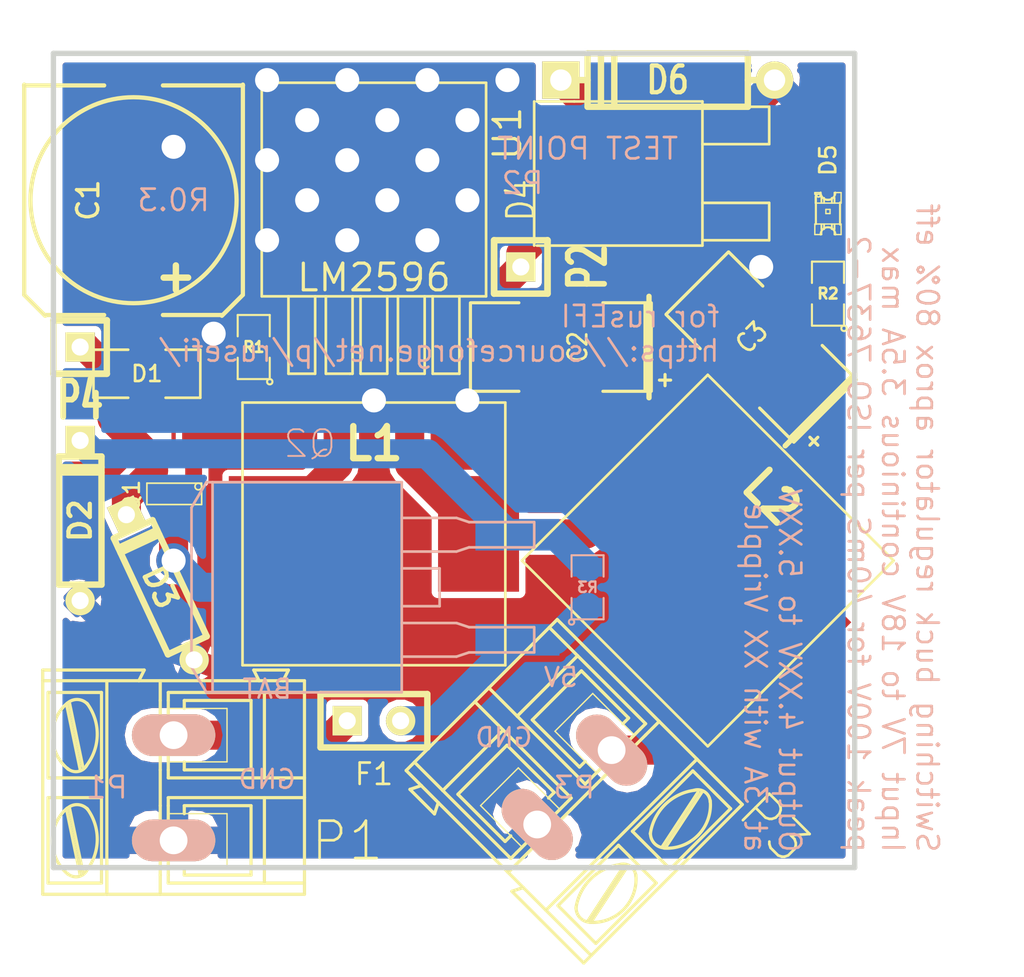
<source format=kicad_pcb>
(kicad_pcb (version 3) (host pcbnew "(2013-07-07 BZR 4022)-stable")

  (general
    (links 38)
    (no_connects 0)
    (area 160.02 92.71 212.697787 141.986)
    (thickness 1.6002)
    (drawings 19)
    (tracks 116)
    (zones 0)
    (modules 22)
    (nets 12)
  )

  (page A)
  (title_block 
    (title "PWR buck 12V switcher regulator")
    (rev "R 0.4")
    (company https://sourceforge.net/p/rusefi/)
  )

  (layers
    (15 Front-ext signal)
    (0 Back-ext signal)
    (16 B.Adhes user)
    (17 F.Adhes user)
    (18 B.Paste user)
    (19 F.Paste user)
    (20 B.SilkS user)
    (21 F.SilkS user)
    (22 B.Mask user)
    (23 F.Mask user)
    (24 Dwgs.User user)
    (25 Cmts.User user)
    (26 Eco1.User user)
    (27 Eco2.User user)
    (28 Edge.Cuts user)
  )

  (setup
    (last_trace_width 0.2032)
    (user_trace_width 0.254)
    (user_trace_width 0.39116)
    (user_trace_width 0.508)
    (user_trace_width 0.762)
    (user_trace_width 1.38176)
    (user_trace_width 3.6068)
    (user_trace_width 9.3472)
    (trace_clearance 0.1778)
    (zone_clearance 0.3048)
    (zone_45_only no)
    (trace_min 0.1524)
    (segment_width 0.254)
    (edge_width 0.254)
    (via_size 1.016)
    (via_drill 0.508)
    (via_min_size 1.016)
    (via_min_drill 0.508)
    (user_via 1.016 0.508)
    (user_via 1.651 1.143)
    (user_via 3.6322 0.31242)
    (uvia_size 0.762)
    (uvia_drill 0.254)
    (uvias_allowed no)
    (uvia_min_size 0.762)
    (uvia_min_drill 0.254)
    (pcb_text_width 0.4318)
    (pcb_text_size 1.524 2.032)
    (mod_edge_width 0.09906)
    (mod_text_size 1.524 1.524)
    (mod_text_width 0.254)
    (pad_size 1.9812 3.9624)
    (pad_drill 1.3208)
    (pad_to_mask_clearance 0.254)
    (aux_axis_origin 0 0)
    (visible_elements 7FFFFB3F)
    (pcbplotparams
      (layerselection 284983297)
      (usegerberextensions true)
      (excludeedgelayer true)
      (linewidth 0.150000)
      (plotframeref false)
      (viasonmask false)
      (mode 1)
      (useauxorigin false)
      (hpglpennumber 1)
      (hpglpenspeed 20)
      (hpglpendiameter 15)
      (hpglpenoverlay 0)
      (psnegative false)
      (psa4output false)
      (plotreference true)
      (plotvalue true)
      (plotothertext true)
      (plotinvisibletext false)
      (padsonsilk false)
      (subtractmaskfromsilk false)
      (outputformat 1)
      (mirror false)
      (drillshape 0)
      (scaleselection 1)
      (outputdirectory gerber/))
  )

  (net 0 "")
  (net 1 /5V-REG)
  (net 2 /FB)
  (net 3 /OUT)
  (net 4 /VBAT)
  (net 5 /Vf)
  (net 6 /Vin)
  (net 7 /Vs1)
  (net 8 /Vs2)
  (net 9 GND)
  (net 10 N-000002)
  (net 11 N-000006)

  (net_class Default "This is the default net class."
    (clearance 0.1778)
    (trace_width 0.2032)
    (via_dia 1.016)
    (via_drill 0.508)
    (uvia_dia 0.762)
    (uvia_drill 0.254)
    (add_net "")
    (add_net N-000002)
    (add_net N-000006)
  )

  (net_class "10A EXT" ""
    (clearance 0.254)
    (trace_width 3.6068)
    (via_dia 3.6322)
    (via_drill 3.1242)
    (uvia_dia 0.762)
    (uvia_drill 0.254)
  )

  (net_class "10A INT" ""
    (clearance 0.254)
    (trace_width 9.3472)
    (via_dia 3.6322)
    (via_drill 3.1242)
    (uvia_dia 0.762)
    (uvia_drill 0.254)
  )

  (net_class "10A INT MOD" ""
    (clearance 0.254)
    (trace_width 0.254)
    (via_dia 1.016)
    (via_drill 0.508)
    (uvia_dia 0.762)
    (uvia_drill 0.254)
  )

  (net_class "1A EXT" ""
    (clearance 0.254)
    (trace_width 0.254)
    (via_dia 1.016)
    (via_drill 0.508)
    (uvia_dia 0.762)
    (uvia_drill 0.254)
  )

  (net_class "1A INT" ""
    (clearance 0.254)
    (trace_width 0.39116)
    (via_dia 1.016)
    (via_drill 0.508)
    (uvia_dia 0.762)
    (uvia_drill 0.254)
  )

  (net_class "5A EXT" ""
    (clearance 0.1524)
    (trace_width 1.38176)
    (via_dia 1.651)
    (via_drill 1.143)
    (uvia_dia 0.762)
    (uvia_drill 0.254)
    (add_net /5V-REG)
    (add_net /FB)
    (add_net /OUT)
    (add_net /VBAT)
    (add_net /Vf)
    (add_net /Vin)
    (add_net /Vs1)
    (add_net /Vs2)
    (add_net GND)
  )

  (net_class "5A INT" ""
    (clearance 0.254)
    (trace_width 3.6068)
    (via_dia 1.651)
    (via_drill 1.143)
    (uvia_dia 0.762)
    (uvia_drill 0.254)
  )

  (module SM2512 (layer Front-ext) (tedit 539C281D) (tstamp 539C2953)
    (at 186.69 109.22 180)
    (tags "CMS SM")
    (path /5611B0EB)
    (attr smd)
    (fp_text reference C2 (at -0.8001 0 270) (layer F.SilkS)
      (effects (font (size 0.889 0.762) (thickness 0.127)))
    )
    (fp_text value "220uF 16V" (at 0.89916 0 270) (layer F.SilkS) hide
      (effects (font (size 0.889 0.762) (thickness 0.127)))
    )
    (fp_line (start -3.99956 -2.10058) (end -3.99956 2.10058) (layer F.SilkS) (width 0.14986))
    (fp_text user + (at -4.953 -1.524 180) (layer F.SilkS)
      (effects (font (size 0.7 0.7) (thickness 0.15)))
    )
    (fp_line (start -4.30022 -2.10058) (end -4.30022 2.10058) (layer F.SilkS) (width 0.14986))
    (fp_line (start 4.30022 -2.10058) (end 4.30022 2.10058) (layer F.SilkS) (width 0.14986))
    (fp_line (start 1.99644 2.10566) (end 4.28244 2.10566) (layer F.SilkS) (width 0.14986))
    (fp_line (start 4.28244 -2.10566) (end 1.99644 -2.10566) (layer F.SilkS) (width 0.14986))
    (fp_line (start -1.99898 -2.10566) (end -4.28498 -2.10566) (layer F.SilkS) (width 0.14986))
    (fp_line (start -4.28244 2.10566) (end -1.99644 2.10566) (layer F.SilkS) (width 0.14986))
    (pad 1 smd rect (at -2.99974 0 180) (size 1.99898 2.99974)
      (layers Front-ext F.Paste F.Mask)
      (net 2 /FB)
    )
    (pad 2 smd rect (at 2.99974 0 180) (size 1.99898 2.99974)
      (layers Front-ext F.Paste F.Mask)
      (net 9 GND)
    )
    (model smd\chip_smd_pol_wide.wrl
      (at (xyz 0 0 0))
      (scale (xyz 0.35 0.35 0.35))
      (rotate (xyz 0 0 0))
    )
  )

  (module SM2512 (layer Front-ext) (tedit 539C27E3) (tstamp 533AADFF)
    (at 196.215 109.22 135)
    (tags "CMS SM")
    (path /5611B0EC)
    (attr smd)
    (fp_text reference C3 (at 0.635 0 225) (layer F.SilkS)
      (effects (font (size 0.889 0.762) (thickness 0.127)))
    )
    (fp_text value "220uF 16V" (at 0.89916 0 225) (layer F.SilkS) hide
      (effects (font (size 0.889 0.762) (thickness 0.127)))
    )
    (fp_line (start -3.99956 -2.10058) (end -3.99956 2.10058) (layer F.SilkS) (width 0.14986))
    (fp_text user + (at -4.939141 -1.347038 135) (layer F.SilkS)
      (effects (font (size 0.7 0.7) (thickness 0.15)))
    )
    (fp_line (start -4.30022 -2.10058) (end -4.30022 2.10058) (layer F.SilkS) (width 0.14986))
    (fp_line (start 4.30022 -2.10058) (end 4.30022 2.10058) (layer F.SilkS) (width 0.14986))
    (fp_line (start 1.99644 2.10566) (end 4.28244 2.10566) (layer F.SilkS) (width 0.14986))
    (fp_line (start 4.28244 -2.10566) (end 1.99644 -2.10566) (layer F.SilkS) (width 0.14986))
    (fp_line (start -1.99898 -2.10566) (end -4.28498 -2.10566) (layer F.SilkS) (width 0.14986))
    (fp_line (start -4.28244 2.10566) (end -1.99644 2.10566) (layer F.SilkS) (width 0.14986))
    (pad 1 smd rect (at -2.99974 0 135) (size 1.99898 2.99974)
      (layers Front-ext F.Paste F.Mask)
      (net 1 /5V-REG)
    )
    (pad 2 smd rect (at 2.99974 0 135) (size 1.99898 2.99974)
      (layers Front-ext F.Paste F.Mask)
      (net 9 GND)
    )
    (model smd\chip_smd_pol_wide.wrl
      (at (xyz 0 0 0))
      (scale (xyz 0.35 0.35 0.35))
      (rotate (xyz 0 0 0))
    )
  )

  (module SM100uH (layer Front-ext) (tedit 533B6F22) (tstamp 533AAE09)
    (at 177.8 118.11)
    (path /5611B0E1)
    (fp_text reference L1 (at 0 -4.2926) (layer F.SilkS)
      (effects (font (size 1.524 1.524) (thickness 0.3048)))
    )
    (fp_text value 38uH (at 0.0254 4.8514) (layer F.SilkS) hide
      (effects (font (size 1.524 1.524) (thickness 0.3048)))
    )
    (fp_line (start 6.2484 6.2484) (end -6.2484 6.2484) (layer F.SilkS) (width 0.127))
    (fp_line (start -6.2484 6.2484) (end -6.2484 -6.2484) (layer F.SilkS) (width 0.127))
    (fp_line (start -6.2484 -6.2484) (end 6.2484 -6.2484) (layer F.SilkS) (width 0.127))
    (fp_line (start 6.2484 -6.2484) (end 6.2484 6.2484) (layer F.SilkS) (width 0.127))
    (pad 1 smd rect (at -4.97586 0) (size 3.85064 5.4991)
      (layers Front-ext F.Paste F.Mask)
      (net 3 /OUT)
    )
    (pad 2 smd rect (at 4.97586 0) (size 3.85064 5.4991)
      (layers Front-ext F.Paste F.Mask)
      (net 2 /FB)
    )
    (model smd/self_cms_we-pd3.wrl
      (at (xyz 0 0 0))
      (scale (xyz 1 1 1))
      (rotate (xyz 0 0 0))
    )
  )

  (module SM100uH (layer Front-ext) (tedit 533B6F1E) (tstamp 533AAE13)
    (at 193.675 119.38 315)
    (path /5611B0E3)
    (fp_text reference L2 (at 0 -4.2926 315) (layer F.SilkS)
      (effects (font (size 1.524 1.524) (thickness 0.3048)))
    )
    (fp_text value 38uH (at 0.0254 4.8514 315) (layer F.SilkS) hide
      (effects (font (size 1.524 1.524) (thickness 0.3048)))
    )
    (fp_line (start 6.2484 6.2484) (end -6.2484 6.2484) (layer F.SilkS) (width 0.127))
    (fp_line (start -6.2484 6.2484) (end -6.2484 -6.2484) (layer F.SilkS) (width 0.127))
    (fp_line (start -6.2484 -6.2484) (end 6.2484 -6.2484) (layer F.SilkS) (width 0.127))
    (fp_line (start 6.2484 -6.2484) (end 6.2484 6.2484) (layer F.SilkS) (width 0.127))
    (pad 1 smd rect (at -4.97586 0 315) (size 3.85064 5.4991)
      (layers Front-ext F.Paste F.Mask)
      (net 2 /FB)
    )
    (pad 2 smd rect (at 4.97586 0 315) (size 3.85064 5.4991)
      (layers Front-ext F.Paste F.Mask)
      (net 1 /5V-REG)
    )
    (model smd/self_cms_we-pd3.wrl
      (at (xyz 0 0 0))
      (scale (xyz 1 1 1))
      (rotate (xyz 0 0 0))
    )
  )

  (module SM0805 (layer Front-ext) (tedit 533B6FA0) (tstamp 533AAE20)
    (at 199.39 106.68 90)
    (path /5611B0DF)
    (attr smd)
    (fp_text reference R2 (at 0 0 180) (layer F.SilkS)
      (effects (font (size 0.508 0.508) (thickness 0.127)))
    )
    (fp_text value 1k (at 0 0.381 90) (layer F.SilkS) hide
      (effects (font (size 0.50038 0.50038) (thickness 0.10922)))
    )
    (fp_circle (center -1.651 0.762) (end -1.651 0.635) (layer F.SilkS) (width 0.09906))
    (fp_line (start -0.508 0.762) (end -1.524 0.762) (layer F.SilkS) (width 0.09906))
    (fp_line (start -1.524 0.762) (end -1.524 -0.762) (layer F.SilkS) (width 0.09906))
    (fp_line (start -1.524 -0.762) (end -0.508 -0.762) (layer F.SilkS) (width 0.09906))
    (fp_line (start 0.508 -0.762) (end 1.524 -0.762) (layer F.SilkS) (width 0.09906))
    (fp_line (start 1.524 -0.762) (end 1.524 0.762) (layer F.SilkS) (width 0.09906))
    (fp_line (start 1.524 0.762) (end 0.508 0.762) (layer F.SilkS) (width 0.09906))
    (pad 1 smd rect (at -0.9525 0 90) (size 0.889 1.397)
      (layers Front-ext F.Paste F.Mask)
      (net 2 /FB)
    )
    (pad 2 smd rect (at 0.9525 0 90) (size 0.889 1.397)
      (layers Front-ext F.Paste F.Mask)
      (net 10 N-000002)
    )
    (model smd/chip_cms.wrl
      (at (xyz 0 0 0))
      (scale (xyz 0.1 0.1 0.1))
      (rotate (xyz 0 0 0))
    )
  )

  (module LED-0805 (layer Front-ext) (tedit 539C2871) (tstamp 533AAE5B)
    (at 199.39 102.87 90)
    (descr "LED 0805 smd package")
    (tags "LED 0805 SMD")
    (path /5611B0E0)
    (attr smd)
    (fp_text reference D5 (at 2.54 0 90) (layer F.SilkS)
      (effects (font (size 0.762 0.762) (thickness 0.127)))
    )
    (fp_text value LED-grn (at 0 1.27 90) (layer F.SilkS) hide
      (effects (font (size 0.762 0.762) (thickness 0.127)))
    )
    (fp_line (start 0.49784 0.29972) (end 0.49784 0.62484) (layer F.SilkS) (width 0.06604))
    (fp_line (start 0.49784 0.62484) (end 0.99822 0.62484) (layer F.SilkS) (width 0.06604))
    (fp_line (start 0.99822 0.29972) (end 0.99822 0.62484) (layer F.SilkS) (width 0.06604))
    (fp_line (start 0.49784 0.29972) (end 0.99822 0.29972) (layer F.SilkS) (width 0.06604))
    (fp_line (start 0.49784 -0.32258) (end 0.49784 -0.17272) (layer F.SilkS) (width 0.06604))
    (fp_line (start 0.49784 -0.17272) (end 0.7493 -0.17272) (layer F.SilkS) (width 0.06604))
    (fp_line (start 0.7493 -0.32258) (end 0.7493 -0.17272) (layer F.SilkS) (width 0.06604))
    (fp_line (start 0.49784 -0.32258) (end 0.7493 -0.32258) (layer F.SilkS) (width 0.06604))
    (fp_line (start 0.49784 0.17272) (end 0.49784 0.32258) (layer F.SilkS) (width 0.06604))
    (fp_line (start 0.49784 0.32258) (end 0.7493 0.32258) (layer F.SilkS) (width 0.06604))
    (fp_line (start 0.7493 0.17272) (end 0.7493 0.32258) (layer F.SilkS) (width 0.06604))
    (fp_line (start 0.49784 0.17272) (end 0.7493 0.17272) (layer F.SilkS) (width 0.06604))
    (fp_line (start 0.49784 -0.19812) (end 0.49784 0.19812) (layer F.SilkS) (width 0.06604))
    (fp_line (start 0.49784 0.19812) (end 0.6731 0.19812) (layer F.SilkS) (width 0.06604))
    (fp_line (start 0.6731 -0.19812) (end 0.6731 0.19812) (layer F.SilkS) (width 0.06604))
    (fp_line (start 0.49784 -0.19812) (end 0.6731 -0.19812) (layer F.SilkS) (width 0.06604))
    (fp_line (start -0.99822 0.29972) (end -0.99822 0.62484) (layer F.SilkS) (width 0.06604))
    (fp_line (start -0.99822 0.62484) (end -0.49784 0.62484) (layer F.SilkS) (width 0.06604))
    (fp_line (start -0.49784 0.29972) (end -0.49784 0.62484) (layer F.SilkS) (width 0.06604))
    (fp_line (start -0.99822 0.29972) (end -0.49784 0.29972) (layer F.SilkS) (width 0.06604))
    (fp_line (start -0.99822 -0.62484) (end -0.99822 -0.29972) (layer F.SilkS) (width 0.06604))
    (fp_line (start -0.99822 -0.29972) (end -0.49784 -0.29972) (layer F.SilkS) (width 0.06604))
    (fp_line (start -0.49784 -0.62484) (end -0.49784 -0.29972) (layer F.SilkS) (width 0.06604))
    (fp_line (start -0.99822 -0.62484) (end -0.49784 -0.62484) (layer F.SilkS) (width 0.06604))
    (fp_line (start -0.7493 0.17272) (end -0.7493 0.32258) (layer F.SilkS) (width 0.06604))
    (fp_line (start -0.7493 0.32258) (end -0.49784 0.32258) (layer F.SilkS) (width 0.06604))
    (fp_line (start -0.49784 0.17272) (end -0.49784 0.32258) (layer F.SilkS) (width 0.06604))
    (fp_line (start -0.7493 0.17272) (end -0.49784 0.17272) (layer F.SilkS) (width 0.06604))
    (fp_line (start -0.7493 -0.32258) (end -0.7493 -0.17272) (layer F.SilkS) (width 0.06604))
    (fp_line (start -0.7493 -0.17272) (end -0.49784 -0.17272) (layer F.SilkS) (width 0.06604))
    (fp_line (start -0.49784 -0.32258) (end -0.49784 -0.17272) (layer F.SilkS) (width 0.06604))
    (fp_line (start -0.7493 -0.32258) (end -0.49784 -0.32258) (layer F.SilkS) (width 0.06604))
    (fp_line (start -0.6731 -0.19812) (end -0.6731 0.19812) (layer F.SilkS) (width 0.06604))
    (fp_line (start -0.6731 0.19812) (end -0.49784 0.19812) (layer F.SilkS) (width 0.06604))
    (fp_line (start -0.49784 -0.19812) (end -0.49784 0.19812) (layer F.SilkS) (width 0.06604))
    (fp_line (start -0.6731 -0.19812) (end -0.49784 -0.19812) (layer F.SilkS) (width 0.06604))
    (fp_line (start 0 -0.09906) (end 0 0.09906) (layer F.SilkS) (width 0.06604))
    (fp_line (start 0 0.09906) (end 0.19812 0.09906) (layer F.SilkS) (width 0.06604))
    (fp_line (start 0.19812 -0.09906) (end 0.19812 0.09906) (layer F.SilkS) (width 0.06604))
    (fp_line (start 0 -0.09906) (end 0.19812 -0.09906) (layer F.SilkS) (width 0.06604))
    (fp_line (start 0.49784 -0.59944) (end 0.49784 -0.29972) (layer F.SilkS) (width 0.06604))
    (fp_line (start 0.49784 -0.29972) (end 0.79756 -0.29972) (layer F.SilkS) (width 0.06604))
    (fp_line (start 0.79756 -0.59944) (end 0.79756 -0.29972) (layer F.SilkS) (width 0.06604))
    (fp_line (start 0.49784 -0.59944) (end 0.79756 -0.59944) (layer F.SilkS) (width 0.06604))
    (fp_line (start 0.92456 -0.62484) (end 0.92456 -0.39878) (layer F.SilkS) (width 0.06604))
    (fp_line (start 0.92456 -0.39878) (end 0.99822 -0.39878) (layer F.SilkS) (width 0.06604))
    (fp_line (start 0.99822 -0.62484) (end 0.99822 -0.39878) (layer F.SilkS) (width 0.06604))
    (fp_line (start 0.92456 -0.62484) (end 0.99822 -0.62484) (layer F.SilkS) (width 0.06604))
    (fp_line (start 0.52324 0.57404) (end -0.52324 0.57404) (layer F.SilkS) (width 0.1016))
    (fp_line (start -0.49784 -0.57404) (end 0.92456 -0.57404) (layer F.SilkS) (width 0.1016))
    (fp_circle (center 0.84836 -0.44958) (end 0.89916 -0.50038) (layer F.SilkS) (width 0.0508))
    (fp_arc (start 0.99822 0) (end 0.99822 0.34798) (angle 180) (layer F.SilkS) (width 0.1016))
    (fp_arc (start -0.99822 0) (end -0.99822 -0.34798) (angle 180) (layer F.SilkS) (width 0.1016))
    (pad 1 smd rect (at -1.04902 0 90) (size 1.19888 1.19888)
      (layers Front-ext F.Paste F.Mask)
      (net 10 N-000002)
    )
    (pad 2 smd rect (at 1.04902 0 90) (size 1.19888 1.19888)
      (layers Front-ext F.Paste F.Mask)
      (net 9 GND)
    )
  )

  (module DPAK5 (layer Front-ext) (tedit 533B6F57) (tstamp 533AAE79)
    (at 177.8 109.22)
    (tags "CMS DPACK")
    (path /5611B0E2)
    (fp_text reference U1 (at 6.35 -10.16 90) (layer F.SilkS)
      (effects (font (size 1.27 1.27) (thickness 0.1524)))
    )
    (fp_text value LM2596 (at 0 -3.302) (layer F.SilkS)
      (effects (font (size 1.27 1.27) (thickness 0.1524)))
    )
    (fp_line (start 2.794 -2.413) (end 2.794 1.27) (layer F.SilkS) (width 0.127))
    (fp_line (start 2.794 1.27) (end 4.064 1.27) (layer F.SilkS) (width 0.127))
    (fp_line (start 4.064 1.27) (end 4.064 -2.413) (layer F.SilkS) (width 0.127))
    (fp_line (start 1.143 -2.413) (end 1.143 1.27) (layer F.SilkS) (width 0.127))
    (fp_line (start 1.143 1.27) (end 2.413 1.27) (layer F.SilkS) (width 0.127))
    (fp_line (start 2.413 1.27) (end 2.413 -2.413) (layer F.SilkS) (width 0.127))
    (fp_line (start -0.635 -2.413) (end -0.635 1.27) (layer F.SilkS) (width 0.127))
    (fp_line (start -0.635 1.27) (end 0.635 1.27) (layer F.SilkS) (width 0.127))
    (fp_line (start 0.635 1.27) (end 0.635 -2.413) (layer F.SilkS) (width 0.127))
    (fp_line (start -2.286 -2.413) (end -2.286 1.27) (layer F.SilkS) (width 0.127))
    (fp_line (start -2.286 1.27) (end -1.143 1.27) (layer F.SilkS) (width 0.127))
    (fp_line (start -1.143 1.27) (end -1.016 1.27) (layer F.SilkS) (width 0.127))
    (fp_line (start -1.016 1.27) (end -1.016 -2.413) (layer F.SilkS) (width 0.127))
    (fp_line (start -4.064 -2.413) (end -4.064 1.27) (layer F.SilkS) (width 0.127))
    (fp_line (start -4.064 1.27) (end -2.794 1.27) (layer F.SilkS) (width 0.127))
    (fp_line (start -2.794 1.27) (end -2.794 -2.413) (layer F.SilkS) (width 0.127))
    (fp_line (start -5.334 -2.413) (end 5.334 -2.413) (layer F.SilkS) (width 0.127))
    (fp_line (start 5.334 -2.413) (end 5.334 -12.573) (layer F.SilkS) (width 0.127))
    (fp_line (start 5.334 -12.573) (end -5.334 -12.573) (layer F.SilkS) (width 0.127))
    (fp_line (start -5.334 -12.573) (end -5.334 -2.413) (layer F.SilkS) (width 0.127))
    (pad 1 smd rect (at -3.4036 0) (size 1.0668 2.286)
      (layers Front-ext F.Paste F.Mask)
      (net 4 /VBAT)
    )
    (pad 3 smd rect (at 0 -8.763) (size 10.668 8.89)
      (layers Front-ext F.Paste F.Mask)
      (net 9 GND)
    )
    (pad 3 smd rect (at 0 0) (size 1.0668 2.286)
      (layers Front-ext F.Paste F.Mask)
      (net 9 GND)
    )
    (pad 2 smd rect (at -1.7018 0) (size 1.0668 2.286)
      (layers Front-ext F.Paste F.Mask)
      (net 3 /OUT)
    )
    (pad 4 smd rect (at 1.7018 0) (size 1.0668 2.286)
      (layers Front-ext F.Paste F.Mask)
      (net 2 /FB)
    )
    (pad 5 smd rect (at 3.4036 0) (size 1.0668 2.286)
      (layers Front-ext F.Paste F.Mask)
      (net 9 GND)
    )
    (model smd/dpack_5.wrl
      (at (xyz 0 0 0))
      (scale (xyz 1 1 1))
      (rotate (xyz 0 0 0))
    )
  )

  (module DPAK2 (layer Front-ext) (tedit 533B7023) (tstamp 533B125E)
    (at 194.945 100.965 90)
    (descr "MOS boitier DPACK G-D-S")
    (tags "CMD DPACK")
    (path /5611B0E4)
    (attr smd)
    (fp_text reference D4 (at -1.27 -10.16 90) (layer F.SilkS)
      (effects (font (size 1.27 1.016) (thickness 0.127)))
    )
    (fp_text value SCHDPAK (at 0 -2.413 90) (layer F.SilkS) hide
      (effects (font (size 1.016 1.016) (thickness 0.2032)))
    )
    (fp_line (start 1.397 -1.524) (end 1.397 1.651) (layer F.SilkS) (width 0.127))
    (fp_line (start 1.397 1.651) (end 3.175 1.651) (layer F.SilkS) (width 0.127))
    (fp_line (start 3.175 1.651) (end 3.175 -1.524) (layer F.SilkS) (width 0.127))
    (fp_line (start -3.175 -1.524) (end -3.175 1.651) (layer F.SilkS) (width 0.127))
    (fp_line (start -3.175 1.651) (end -1.397 1.651) (layer F.SilkS) (width 0.127))
    (fp_line (start -1.397 1.651) (end -1.397 -1.524) (layer F.SilkS) (width 0.127))
    (fp_line (start 3.429 -7.62) (end 3.429 -1.524) (layer F.SilkS) (width 0.127))
    (fp_line (start 3.429 -1.524) (end -3.429 -1.524) (layer F.SilkS) (width 0.127))
    (fp_line (start -3.429 -1.524) (end -3.429 -9.398) (layer F.SilkS) (width 0.127))
    (fp_line (start -3.429 -9.525) (end 3.429 -9.525) (layer F.SilkS) (width 0.127))
    (fp_line (start 3.429 -9.398) (end 3.429 -7.62) (layer F.SilkS) (width 0.127))
    (pad 1 smd rect (at -2.286 0 90) (size 1.651 3.048)
      (layers Front-ext F.Paste F.Mask)
      (net 9 GND)
    )
    (pad 2 smd rect (at 0 -6.35 90) (size 6.096 6.096)
      (layers Front-ext F.Paste F.Mask)
      (net 3 /OUT)
    )
    (pad 3 smd rect (at 2.286 0 90) (size 1.651 3.048)
      (layers Front-ext F.Paste F.Mask)
      (net 9 GND)
    )
    (model smd/dpack_2.wrl
      (at (xyz 0 0 0))
      (scale (xyz 1 1 1))
      (rotate (xyz 0 0 0))
    )
  )

  (module SMDSVP10 (layer Front-ext) (tedit 533B6F35) (tstamp 533A91F4)
    (at 166.37 102.235 90)
    (path /5611B0DE)
    (attr smd)
    (fp_text reference C1 (at 0 -2.159 90) (layer F.SilkS)
      (effects (font (size 1.016 1.00076) (thickness 0.15748)))
    )
    (fp_text value "330uF 35V" (at 0 2.79908 90) (layer F.SilkS) hide
      (effects (font (size 1.016 1.00076) (thickness 0.2032)))
    )
    (fp_line (start -5.461 4.191) (end -5.461 1.397) (layer F.SilkS) (width 0.2032))
    (fp_line (start -5.461 -4.191) (end -5.461 -1.397) (layer F.SilkS) (width 0.2032))
    (fp_line (start 5.461 5.207) (end 5.461 1.397) (layer F.SilkS) (width 0.2032))
    (fp_line (start 5.461 -5.207) (end 5.461 -1.397) (layer F.SilkS) (width 0.2032))
    (fp_text user + (at -3.683 1.905 90) (layer F.SilkS)
      (effects (font (size 1.524 1.524) (thickness 0.3048)))
    )
    (fp_circle (center 0 0) (end 4.89966 0) (layer F.SilkS) (width 0.2032))
    (fp_line (start 5.4991 -5.19938) (end -4.50088 -5.19938) (layer F.SilkS) (width 0.2032))
    (fp_line (start -4.50088 -5.19938) (end -5.4991 -4.20116) (layer F.SilkS) (width 0.2032))
    (fp_line (start -5.4991 4.20116) (end -4.50088 5.19938) (layer F.SilkS) (width 0.2032))
    (fp_line (start -4.50088 5.19938) (end 5.4991 5.19938) (layer F.SilkS) (width 0.2032))
    (pad 1 smd rect (at -4.39928 0 90) (size 4.39928 1.89992)
      (layers Front-ext F.Paste F.Mask)
      (net 4 /VBAT)
    )
    (pad 2 smd rect (at 4.30022 0 90) (size 4.39928 1.89992)
      (layers Front-ext F.Paste F.Mask)
      (net 9 GND)
    )
    (model smd\capacitors\c_elec_10x10_5.wrl
      (at (xyz 0 0 0.001))
      (scale (xyz 1 1 1))
      (rotate (xyz 0 0 0))
    )
  )

  (module SM0805 (layer Front-ext) (tedit 533B6F99) (tstamp 533A9B6E)
    (at 172.085 109.22 90)
    (path /5611B0E7)
    (attr smd)
    (fp_text reference R1 (at 0 0 180) (layer F.SilkS)
      (effects (font (size 0.508 0.508) (thickness 0.127)))
    )
    (fp_text value 39k (at 0 0.381 90) (layer F.SilkS) hide
      (effects (font (size 0.50038 0.50038) (thickness 0.10922)))
    )
    (fp_circle (center -1.651 0.762) (end -1.651 0.635) (layer F.SilkS) (width 0.09906))
    (fp_line (start -0.508 0.762) (end -1.524 0.762) (layer F.SilkS) (width 0.09906))
    (fp_line (start -1.524 0.762) (end -1.524 -0.762) (layer F.SilkS) (width 0.09906))
    (fp_line (start -1.524 -0.762) (end -0.508 -0.762) (layer F.SilkS) (width 0.09906))
    (fp_line (start 0.508 -0.762) (end 1.524 -0.762) (layer F.SilkS) (width 0.09906))
    (fp_line (start 1.524 -0.762) (end 1.524 0.762) (layer F.SilkS) (width 0.09906))
    (fp_line (start 1.524 0.762) (end 0.508 0.762) (layer F.SilkS) (width 0.09906))
    (pad 1 smd rect (at -0.9525 0 90) (size 0.889 1.397)
      (layers Front-ext F.Paste F.Mask)
      (net 11 N-000006)
    )
    (pad 2 smd rect (at 0.9525 0 90) (size 0.889 1.397)
      (layers Front-ext F.Paste F.Mask)
      (net 9 GND)
    )
    (model smd/chip_cms.wrl
      (at (xyz 0 0 0))
      (scale (xyz 0.1 0.1 0.1))
      (rotate (xyz 0 0 0))
    )
  )

  (module SIL-1 (layer Front-ext) (tedit 533B6F3D) (tstamp 533AADCB)
    (at 184.785 105.41 90)
    (descr "Connecteurs 1 pin")
    (tags "CONN DEV")
    (path /5611B0DD)
    (fp_text reference P2 (at 0 3.175 90) (layer F.SilkS)
      (effects (font (size 1.72974 1.08712) (thickness 0.27178)))
    )
    (fp_text value CONN_1 (at 0 -2.54 90) (layer F.SilkS) hide
      (effects (font (size 1.524 1.016) (thickness 0.254)))
    )
    (fp_line (start -1.27 1.27) (end 1.27 1.27) (layer F.SilkS) (width 0.3175))
    (fp_line (start -1.27 -1.27) (end 1.27 -1.27) (layer F.SilkS) (width 0.3175))
    (fp_line (start -1.27 1.27) (end -1.27 -1.27) (layer F.SilkS) (width 0.3048))
    (fp_line (start 1.27 -1.27) (end 1.27 1.27) (layer F.SilkS) (width 0.3048))
    (pad 1 thru_hole rect (at 0 0 90) (size 1.397 1.397) (drill 0.8128)
      (layers *.Cu *.Mask F.SilkS)
      (net 3 /OUT)
    )
  )

  (module SM1206 (layer Front-ext) (tedit 42806E24) (tstamp 533C27B9)
    (at 167.005 110.49 180)
    (path /5611B0E8)
    (attr smd)
    (fp_text reference D1 (at 0 0 180) (layer F.SilkS)
      (effects (font (size 0.762 0.762) (thickness 0.127)))
    )
    (fp_text value 7.5V (at 0 0 180) (layer F.SilkS) hide
      (effects (font (size 0.762 0.762) (thickness 0.127)))
    )
    (fp_line (start -2.54 -1.143) (end -2.54 1.143) (layer F.SilkS) (width 0.127))
    (fp_line (start -2.54 1.143) (end -0.889 1.143) (layer F.SilkS) (width 0.127))
    (fp_line (start 0.889 -1.143) (end 2.54 -1.143) (layer F.SilkS) (width 0.127))
    (fp_line (start 2.54 -1.143) (end 2.54 1.143) (layer F.SilkS) (width 0.127))
    (fp_line (start 2.54 1.143) (end 0.889 1.143) (layer F.SilkS) (width 0.127))
    (fp_line (start -0.889 -1.143) (end -2.54 -1.143) (layer F.SilkS) (width 0.127))
    (pad 1 smd rect (at -1.651 0 180) (size 1.524 2.032)
      (layers Front-ext F.Paste F.Mask)
      (net 11 N-000006)
    )
    (pad 2 smd rect (at 1.651 0 180) (size 1.524 2.032)
      (layers Front-ext F.Paste F.Mask)
      (net 4 /VBAT)
    )
    (model smd/chip_cms.wrl
      (at (xyz 0 0 0))
      (scale (xyz 0.17 0.16 0.16))
      (rotate (xyz 0 0 0))
    )
  )

  (module SOT23 (layer Front-ext) (tedit 533B6FCD) (tstamp 533BF37F)
    (at 168.275 116.205 180)
    (tags SOT23)
    (path /5611B0E6)
    (fp_text reference Q1 (at 1.99898 -0.09906 270) (layer F.SilkS)
      (effects (font (size 0.762 0.762) (thickness 0.11938)))
    )
    (fp_text value 30V (at 0.0635 0 180) (layer F.SilkS) hide
      (effects (font (size 0.50038 0.50038) (thickness 0.09906)))
    )
    (fp_circle (center -1.17602 0.35052) (end -1.30048 0.44958) (layer F.SilkS) (width 0.07874))
    (fp_line (start 1.27 -0.508) (end 1.27 0.508) (layer F.SilkS) (width 0.07874))
    (fp_line (start -1.3335 -0.508) (end -1.3335 0.508) (layer F.SilkS) (width 0.07874))
    (fp_line (start 1.27 0.508) (end -1.3335 0.508) (layer F.SilkS) (width 0.07874))
    (fp_line (start -1.3335 -0.508) (end 1.27 -0.508) (layer F.SilkS) (width 0.07874))
    (pad 3 smd rect (at 0 -1.09982 180) (size 0.8001 1.00076)
      (layers Front-ext F.Paste F.Mask)
      (net 8 /Vs2)
    )
    (pad 2 smd rect (at 0.9525 1.09982 180) (size 0.8001 1.00076)
      (layers Front-ext F.Paste F.Mask)
      (net 4 /VBAT)
    )
    (pad 1 smd rect (at -0.9525 1.09982 180) (size 0.8001 1.00076)
      (layers Front-ext F.Paste F.Mask)
      (net 11 N-000006)
    )
    (model smd\SOT23_3.wrl
      (at (xyz 0 0 0))
      (scale (xyz 0.4 0.4 0.4))
      (rotate (xyz 0 0 180))
    )
  )

  (module D4 (layer Front-ext) (tedit 200000) (tstamp 533C26A0)
    (at 191.77 96.52 180)
    (descr "Diode 4 pas")
    (tags "DIODE DEV")
    (path /5611B0EA)
    (fp_text reference D6 (at 0 0 180) (layer F.SilkS)
      (effects (font (size 1.27 1.016) (thickness 0.2032)))
    )
    (fp_text value DIODESCH (at 0 0 180) (layer F.SilkS) hide
      (effects (font (size 1.27 1.016) (thickness 0.2032)))
    )
    (fp_line (start -3.81 -1.27) (end 3.81 -1.27) (layer F.SilkS) (width 0.3048))
    (fp_line (start 3.81 -1.27) (end 3.81 1.27) (layer F.SilkS) (width 0.3048))
    (fp_line (start 3.81 1.27) (end -3.81 1.27) (layer F.SilkS) (width 0.3048))
    (fp_line (start -3.81 1.27) (end -3.81 -1.27) (layer F.SilkS) (width 0.3048))
    (fp_line (start 3.175 -1.27) (end 3.175 1.27) (layer F.SilkS) (width 0.3048))
    (fp_line (start 2.54 1.27) (end 2.54 -1.27) (layer F.SilkS) (width 0.3048))
    (fp_line (start -3.81 0) (end -5.08 0) (layer F.SilkS) (width 0.3048))
    (fp_line (start 3.81 0) (end 5.08 0) (layer F.SilkS) (width 0.3048))
    (pad 1 thru_hole circle (at -5.08 0 180) (size 1.778 1.778) (drill 1.016)
      (layers *.Cu *.Mask F.SilkS)
      (net 9 GND)
    )
    (pad 2 thru_hole rect (at 5.08 0 180) (size 1.778 1.778) (drill 1.016)
      (layers *.Cu *.Mask F.SilkS)
      (net 3 /OUT)
    )
    (model discret/diode.wrl
      (at (xyz 0 0 0))
      (scale (xyz 0.4 0.4 0.4))
      (rotate (xyz 0 0 0))
    )
  )

  (module AK300-2 (layer Front-ext) (tedit 539C6042) (tstamp 533B1242)
    (at 168.275 130.175 90)
    (descr CONNECTOR)
    (tags CONNECTOR)
    (path /5611B0CA)
    (attr virtual)
    (fp_text reference P1 (at -2.54 8.255 180) (layer F.SilkS)
      (effects (font (size 1.778 1.778) (thickness 0.127)))
    )
    (fp_text value CONN_2 (at 0.254 7.747 90) (layer F.SilkS) hide
      (effects (font (size 1.778 1.778) (thickness 0.0889)))
    )
    (fp_line (start -3.7846 2.54) (end -1.2446 2.54) (layer F.SilkS) (width 0.06604))
    (fp_line (start -1.2446 2.54) (end -1.2446 -0.254) (layer F.SilkS) (width 0.06604))
    (fp_line (start -3.7846 -0.254) (end -1.2446 -0.254) (layer F.SilkS) (width 0.06604))
    (fp_line (start -3.7846 2.54) (end -3.7846 -0.254) (layer F.SilkS) (width 0.06604))
    (fp_line (start 1.2192 2.54) (end 3.7592 2.54) (layer F.SilkS) (width 0.06604))
    (fp_line (start 3.7592 2.54) (end 3.7592 -0.254) (layer F.SilkS) (width 0.06604))
    (fp_line (start 1.2192 -0.254) (end 3.7592 -0.254) (layer F.SilkS) (width 0.06604))
    (fp_line (start 1.2192 2.54) (end 1.2192 -0.254) (layer F.SilkS) (width 0.06604))
    (fp_line (start 5.08 -6.223) (end 5.08 -3.175) (layer F.SilkS) (width 0.1524))
    (fp_line (start 5.08 -6.223) (end -5.08 -6.223) (layer F.SilkS) (width 0.1524))
    (fp_line (start 5.08 -6.223) (end 5.588 -6.223) (layer F.SilkS) (width 0.1524))
    (fp_line (start 5.588 -6.223) (end 5.588 -1.397) (layer F.SilkS) (width 0.1524))
    (fp_line (start 5.588 -1.397) (end 5.08 -1.651) (layer F.SilkS) (width 0.1524))
    (fp_line (start 5.588 5.461) (end 5.08 5.207) (layer F.SilkS) (width 0.1524))
    (fp_line (start 5.08 5.207) (end 5.08 6.223) (layer F.SilkS) (width 0.1524))
    (fp_line (start 5.588 3.81) (end 5.08 4.064) (layer F.SilkS) (width 0.1524))
    (fp_line (start 5.08 4.064) (end 5.08 5.207) (layer F.SilkS) (width 0.1524))
    (fp_line (start 5.588 3.81) (end 5.588 5.461) (layer F.SilkS) (width 0.1524))
    (fp_line (start 0.4572 6.223) (end 0.4572 4.318) (layer F.SilkS) (width 0.1524))
    (fp_line (start 4.5212 -0.254) (end 4.5212 4.318) (layer F.SilkS) (width 0.1524))
    (fp_line (start 0.4572 6.223) (end 4.5212 6.223) (layer F.SilkS) (width 0.1524))
    (fp_line (start 4.5212 6.223) (end 5.08 6.223) (layer F.SilkS) (width 0.1524))
    (fp_line (start -0.4826 6.223) (end -0.4826 4.318) (layer F.SilkS) (width 0.1524))
    (fp_line (start -0.4826 6.223) (end 0.4572 6.223) (layer F.SilkS) (width 0.1524))
    (fp_line (start -4.5466 -0.254) (end -4.5466 4.318) (layer F.SilkS) (width 0.1524))
    (fp_line (start -5.08 6.223) (end -4.5466 6.223) (layer F.SilkS) (width 0.1524))
    (fp_line (start -4.5466 6.223) (end -0.4826 6.223) (layer F.SilkS) (width 0.1524))
    (fp_line (start 0.4572 4.318) (end 4.5212 4.318) (layer F.SilkS) (width 0.1524))
    (fp_line (start 0.4572 4.318) (end 0.4572 -0.254) (layer F.SilkS) (width 0.1524))
    (fp_line (start 4.5212 4.318) (end 4.5212 6.223) (layer F.SilkS) (width 0.1524))
    (fp_line (start -0.4826 4.318) (end -4.5466 4.318) (layer F.SilkS) (width 0.1524))
    (fp_line (start -0.4826 4.318) (end -0.4826 -0.254) (layer F.SilkS) (width 0.1524))
    (fp_line (start -4.5466 4.318) (end -4.5466 6.223) (layer F.SilkS) (width 0.1524))
    (fp_line (start 4.1402 3.683) (end 4.1402 0.508) (layer F.SilkS) (width 0.1524))
    (fp_line (start 4.1402 3.683) (end 0.8382 3.683) (layer F.SilkS) (width 0.1524))
    (fp_line (start 0.8382 3.683) (end 0.8382 0.508) (layer F.SilkS) (width 0.1524))
    (fp_line (start -0.8636 3.683) (end -0.8636 0.508) (layer F.SilkS) (width 0.1524))
    (fp_line (start -0.8636 3.683) (end -4.1656 3.683) (layer F.SilkS) (width 0.1524))
    (fp_line (start -4.1656 3.683) (end -4.1656 0.508) (layer F.SilkS) (width 0.1524))
    (fp_line (start -4.1656 0.508) (end -3.7846 0.508) (layer F.SilkS) (width 0.1524))
    (fp_line (start -0.8636 0.508) (end -1.2446 0.508) (layer F.SilkS) (width 0.1524))
    (fp_line (start 0.8382 0.508) (end 1.2192 0.508) (layer F.SilkS) (width 0.1524))
    (fp_line (start 4.1402 0.508) (end 3.7592 0.508) (layer F.SilkS) (width 0.1524))
    (fp_line (start -5.08 6.223) (end -5.08 -0.635) (layer F.SilkS) (width 0.1524))
    (fp_line (start -5.08 -0.635) (end -5.08 -3.175) (layer F.SilkS) (width 0.1524))
    (fp_line (start 5.08 -1.651) (end 5.08 -0.635) (layer F.SilkS) (width 0.1524))
    (fp_line (start 5.08 -0.635) (end 5.08 4.064) (layer F.SilkS) (width 0.1524))
    (fp_line (start -5.08 -3.175) (end 5.08 -3.175) (layer F.SilkS) (width 0.1524))
    (fp_line (start -5.08 -3.175) (end -5.08 -6.223) (layer F.SilkS) (width 0.1524))
    (fp_line (start 5.08 -3.175) (end 5.08 -1.651) (layer F.SilkS) (width 0.1524))
    (fp_line (start 0.4572 -3.429) (end 0.4572 -5.969) (layer F.SilkS) (width 0.1524))
    (fp_line (start 0.4572 -5.969) (end 4.5212 -5.969) (layer F.SilkS) (width 0.1524))
    (fp_line (start 4.5212 -5.969) (end 4.5212 -3.429) (layer F.SilkS) (width 0.1524))
    (fp_line (start 4.5212 -3.429) (end 0.4572 -3.429) (layer F.SilkS) (width 0.1524))
    (fp_line (start -0.4826 -3.429) (end -0.4826 -5.969) (layer F.SilkS) (width 0.1524))
    (fp_line (start -0.4826 -3.429) (end -4.5466 -3.429) (layer F.SilkS) (width 0.1524))
    (fp_line (start -4.5466 -3.429) (end -4.5466 -5.969) (layer F.SilkS) (width 0.1524))
    (fp_line (start -0.4826 -5.969) (end -4.5466 -5.969) (layer F.SilkS) (width 0.1524))
    (fp_line (start 0.8636 -4.445) (end 3.9116 -5.08) (layer F.SilkS) (width 0.1524))
    (fp_line (start 0.9906 -4.318) (end 4.0386 -4.953) (layer F.SilkS) (width 0.1524))
    (fp_line (start -4.1402 -4.445) (end -1.08966 -5.08) (layer F.SilkS) (width 0.1524))
    (fp_line (start -4.0132 -4.318) (end -0.9652 -4.953) (layer F.SilkS) (width 0.1524))
    (fp_line (start -4.5466 -0.254) (end -4.1656 -0.254) (layer F.SilkS) (width 0.1524))
    (fp_line (start -0.4826 -0.254) (end -0.8636 -0.254) (layer F.SilkS) (width 0.1524))
    (fp_line (start -0.8636 -0.254) (end -4.1656 -0.254) (layer F.SilkS) (width 0.1524))
    (fp_line (start -5.08 -0.635) (end -4.1656 -0.635) (layer F.SilkS) (width 0.1524))
    (fp_line (start -4.1656 -0.635) (end -0.8636 -0.635) (layer F.SilkS) (width 0.1524))
    (fp_line (start -0.8636 -0.635) (end 0.8382 -0.635) (layer F.SilkS) (width 0.1524))
    (fp_line (start 5.08 -0.635) (end 4.1402 -0.635) (layer F.SilkS) (width 0.1524))
    (fp_line (start 4.1402 -0.635) (end 0.8382 -0.635) (layer F.SilkS) (width 0.1524))
    (fp_line (start 4.5212 -0.254) (end 4.1402 -0.254) (layer F.SilkS) (width 0.1524))
    (fp_line (start 0.4572 -0.254) (end 0.8382 -0.254) (layer F.SilkS) (width 0.1524))
    (fp_line (start 0.8382 -0.254) (end 4.1402 -0.254) (layer F.SilkS) (width 0.1524))
    (fp_arc (start 3.5052 -4.59486) (end 4.01066 -5.05206) (angle 90.5) (layer F.SilkS) (width 0.1524))
    (fp_arc (start 2.54 -6.0706) (end 4.00304 -4.11734) (angle 75.5) (layer F.SilkS) (width 0.1524))
    (fp_arc (start 2.46126 -3.7084) (end 0.8636 -5.0038) (angle 100) (layer F.SilkS) (width 0.1524))
    (fp_arc (start 1.3462 -4.64566) (end 1.05664 -4.1275) (angle 104.2) (layer F.SilkS) (width 0.1524))
    (fp_arc (start -1.4986 -4.59486) (end -0.9906 -5.05206) (angle 90.5) (layer F.SilkS) (width 0.1524))
    (fp_arc (start -2.46126 -6.0706) (end -0.99822 -4.11734) (angle 75.5) (layer F.SilkS) (width 0.1524))
    (fp_arc (start -2.53746 -3.7084) (end -4.1402 -5.0038) (angle 100) (layer F.SilkS) (width 0.1524))
    (fp_arc (start -3.6576 -4.64566) (end -3.94462 -4.1275) (angle 104.2) (layer F.SilkS) (width 0.1524))
    (pad 1 thru_hole oval (at -2.5146 0 90) (size 1.9812 3.9624) (drill 1.3208)
      (layers *.Cu *.Paste *.SilkS *.Mask)
      (net 9 GND)
    )
    (pad 2 thru_hole oval (at 2.4892 0 90) (size 1.9812 3.9624) (drill 1.3208)
      (layers *.Cu *.Paste *.SilkS *.Mask)
      (net 6 /Vin)
    )
  )

  (module AK300-2 (layer Front-ext) (tedit 539C6030) (tstamp 533B124C)
    (at 187.325 130.175 225)
    (descr CONNECTOR)
    (tags CONNECTOR)
    (path /5611B0CC)
    (attr virtual)
    (fp_text reference P3 (at -5.388154 -8.082231 315) (layer F.SilkS)
      (effects (font (size 1.778 1.778) (thickness 0.127)))
    )
    (fp_text value CONN_2 (at 0.254 7.747 225) (layer F.SilkS) hide
      (effects (font (size 1.778 1.778) (thickness 0.0889)))
    )
    (fp_line (start -3.7846 2.54) (end -1.2446 2.54) (layer F.SilkS) (width 0.06604))
    (fp_line (start -1.2446 2.54) (end -1.2446 -0.254) (layer F.SilkS) (width 0.06604))
    (fp_line (start -3.7846 -0.254) (end -1.2446 -0.254) (layer F.SilkS) (width 0.06604))
    (fp_line (start -3.7846 2.54) (end -3.7846 -0.254) (layer F.SilkS) (width 0.06604))
    (fp_line (start 1.2192 2.54) (end 3.7592 2.54) (layer F.SilkS) (width 0.06604))
    (fp_line (start 3.7592 2.54) (end 3.7592 -0.254) (layer F.SilkS) (width 0.06604))
    (fp_line (start 1.2192 -0.254) (end 3.7592 -0.254) (layer F.SilkS) (width 0.06604))
    (fp_line (start 1.2192 2.54) (end 1.2192 -0.254) (layer F.SilkS) (width 0.06604))
    (fp_line (start 5.08 -6.223) (end 5.08 -3.175) (layer F.SilkS) (width 0.1524))
    (fp_line (start 5.08 -6.223) (end -5.08 -6.223) (layer F.SilkS) (width 0.1524))
    (fp_line (start 5.08 -6.223) (end 5.588 -6.223) (layer F.SilkS) (width 0.1524))
    (fp_line (start 5.588 -6.223) (end 5.588 -1.397) (layer F.SilkS) (width 0.1524))
    (fp_line (start 5.588 -1.397) (end 5.08 -1.651) (layer F.SilkS) (width 0.1524))
    (fp_line (start 5.588 5.461) (end 5.08 5.207) (layer F.SilkS) (width 0.1524))
    (fp_line (start 5.08 5.207) (end 5.08 6.223) (layer F.SilkS) (width 0.1524))
    (fp_line (start 5.588 3.81) (end 5.08 4.064) (layer F.SilkS) (width 0.1524))
    (fp_line (start 5.08 4.064) (end 5.08 5.207) (layer F.SilkS) (width 0.1524))
    (fp_line (start 5.588 3.81) (end 5.588 5.461) (layer F.SilkS) (width 0.1524))
    (fp_line (start 0.4572 6.223) (end 0.4572 4.318) (layer F.SilkS) (width 0.1524))
    (fp_line (start 4.5212 -0.254) (end 4.5212 4.318) (layer F.SilkS) (width 0.1524))
    (fp_line (start 0.4572 6.223) (end 4.5212 6.223) (layer F.SilkS) (width 0.1524))
    (fp_line (start 4.5212 6.223) (end 5.08 6.223) (layer F.SilkS) (width 0.1524))
    (fp_line (start -0.4826 6.223) (end -0.4826 4.318) (layer F.SilkS) (width 0.1524))
    (fp_line (start -0.4826 6.223) (end 0.4572 6.223) (layer F.SilkS) (width 0.1524))
    (fp_line (start -4.5466 -0.254) (end -4.5466 4.318) (layer F.SilkS) (width 0.1524))
    (fp_line (start -5.08 6.223) (end -4.5466 6.223) (layer F.SilkS) (width 0.1524))
    (fp_line (start -4.5466 6.223) (end -0.4826 6.223) (layer F.SilkS) (width 0.1524))
    (fp_line (start 0.4572 4.318) (end 4.5212 4.318) (layer F.SilkS) (width 0.1524))
    (fp_line (start 0.4572 4.318) (end 0.4572 -0.254) (layer F.SilkS) (width 0.1524))
    (fp_line (start 4.5212 4.318) (end 4.5212 6.223) (layer F.SilkS) (width 0.1524))
    (fp_line (start -0.4826 4.318) (end -4.5466 4.318) (layer F.SilkS) (width 0.1524))
    (fp_line (start -0.4826 4.318) (end -0.4826 -0.254) (layer F.SilkS) (width 0.1524))
    (fp_line (start -4.5466 4.318) (end -4.5466 6.223) (layer F.SilkS) (width 0.1524))
    (fp_line (start 4.1402 3.683) (end 4.1402 0.508) (layer F.SilkS) (width 0.1524))
    (fp_line (start 4.1402 3.683) (end 0.8382 3.683) (layer F.SilkS) (width 0.1524))
    (fp_line (start 0.8382 3.683) (end 0.8382 0.508) (layer F.SilkS) (width 0.1524))
    (fp_line (start -0.8636 3.683) (end -0.8636 0.508) (layer F.SilkS) (width 0.1524))
    (fp_line (start -0.8636 3.683) (end -4.1656 3.683) (layer F.SilkS) (width 0.1524))
    (fp_line (start -4.1656 3.683) (end -4.1656 0.508) (layer F.SilkS) (width 0.1524))
    (fp_line (start -4.1656 0.508) (end -3.7846 0.508) (layer F.SilkS) (width 0.1524))
    (fp_line (start -0.8636 0.508) (end -1.2446 0.508) (layer F.SilkS) (width 0.1524))
    (fp_line (start 0.8382 0.508) (end 1.2192 0.508) (layer F.SilkS) (width 0.1524))
    (fp_line (start 4.1402 0.508) (end 3.7592 0.508) (layer F.SilkS) (width 0.1524))
    (fp_line (start -5.08 6.223) (end -5.08 -0.635) (layer F.SilkS) (width 0.1524))
    (fp_line (start -5.08 -0.635) (end -5.08 -3.175) (layer F.SilkS) (width 0.1524))
    (fp_line (start 5.08 -1.651) (end 5.08 -0.635) (layer F.SilkS) (width 0.1524))
    (fp_line (start 5.08 -0.635) (end 5.08 4.064) (layer F.SilkS) (width 0.1524))
    (fp_line (start -5.08 -3.175) (end 5.08 -3.175) (layer F.SilkS) (width 0.1524))
    (fp_line (start -5.08 -3.175) (end -5.08 -6.223) (layer F.SilkS) (width 0.1524))
    (fp_line (start 5.08 -3.175) (end 5.08 -1.651) (layer F.SilkS) (width 0.1524))
    (fp_line (start 0.4572 -3.429) (end 0.4572 -5.969) (layer F.SilkS) (width 0.1524))
    (fp_line (start 0.4572 -5.969) (end 4.5212 -5.969) (layer F.SilkS) (width 0.1524))
    (fp_line (start 4.5212 -5.969) (end 4.5212 -3.429) (layer F.SilkS) (width 0.1524))
    (fp_line (start 4.5212 -3.429) (end 0.4572 -3.429) (layer F.SilkS) (width 0.1524))
    (fp_line (start -0.4826 -3.429) (end -0.4826 -5.969) (layer F.SilkS) (width 0.1524))
    (fp_line (start -0.4826 -3.429) (end -4.5466 -3.429) (layer F.SilkS) (width 0.1524))
    (fp_line (start -4.5466 -3.429) (end -4.5466 -5.969) (layer F.SilkS) (width 0.1524))
    (fp_line (start -0.4826 -5.969) (end -4.5466 -5.969) (layer F.SilkS) (width 0.1524))
    (fp_line (start 0.8636 -4.445) (end 3.9116 -5.08) (layer F.SilkS) (width 0.1524))
    (fp_line (start 0.9906 -4.318) (end 4.0386 -4.953) (layer F.SilkS) (width 0.1524))
    (fp_line (start -4.1402 -4.445) (end -1.08966 -5.08) (layer F.SilkS) (width 0.1524))
    (fp_line (start -4.0132 -4.318) (end -0.9652 -4.953) (layer F.SilkS) (width 0.1524))
    (fp_line (start -4.5466 -0.254) (end -4.1656 -0.254) (layer F.SilkS) (width 0.1524))
    (fp_line (start -0.4826 -0.254) (end -0.8636 -0.254) (layer F.SilkS) (width 0.1524))
    (fp_line (start -0.8636 -0.254) (end -4.1656 -0.254) (layer F.SilkS) (width 0.1524))
    (fp_line (start -5.08 -0.635) (end -4.1656 -0.635) (layer F.SilkS) (width 0.1524))
    (fp_line (start -4.1656 -0.635) (end -0.8636 -0.635) (layer F.SilkS) (width 0.1524))
    (fp_line (start -0.8636 -0.635) (end 0.8382 -0.635) (layer F.SilkS) (width 0.1524))
    (fp_line (start 5.08 -0.635) (end 4.1402 -0.635) (layer F.SilkS) (width 0.1524))
    (fp_line (start 4.1402 -0.635) (end 0.8382 -0.635) (layer F.SilkS) (width 0.1524))
    (fp_line (start 4.5212 -0.254) (end 4.1402 -0.254) (layer F.SilkS) (width 0.1524))
    (fp_line (start 0.4572 -0.254) (end 0.8382 -0.254) (layer F.SilkS) (width 0.1524))
    (fp_line (start 0.8382 -0.254) (end 4.1402 -0.254) (layer F.SilkS) (width 0.1524))
    (fp_arc (start 3.5052 -4.59486) (end 4.01066 -5.05206) (angle 90.5) (layer F.SilkS) (width 0.1524))
    (fp_arc (start 2.54 -6.0706) (end 4.00304 -4.11734) (angle 75.5) (layer F.SilkS) (width 0.1524))
    (fp_arc (start 2.46126 -3.7084) (end 0.8636 -5.0038) (angle 100) (layer F.SilkS) (width 0.1524))
    (fp_arc (start 1.3462 -4.64566) (end 1.05664 -4.1275) (angle 104.2) (layer F.SilkS) (width 0.1524))
    (fp_arc (start -1.4986 -4.59486) (end -0.9906 -5.05206) (angle 90.5) (layer F.SilkS) (width 0.1524))
    (fp_arc (start -2.46126 -6.0706) (end -0.99822 -4.11734) (angle 75.5) (layer F.SilkS) (width 0.1524))
    (fp_arc (start -2.53746 -3.7084) (end -4.1402 -5.0038) (angle 100) (layer F.SilkS) (width 0.1524))
    (fp_arc (start -3.6576 -4.64566) (end -3.94462 -4.1275) (angle 104.2) (layer F.SilkS) (width 0.1524))
    (pad 1 thru_hole oval (at -2.5146 0 225) (size 1.9812 3.9624) (drill 1.3208)
      (layers *.Cu *.Paste *.SilkS *.Mask)
      (net 1 /5V-REG)
    )
    (pad 2 thru_hole oval (at 2.4892 0 225) (size 1.9812 3.9624) (drill 1.3208)
      (layers *.Cu *.Paste *.SilkS *.Mask)
      (net 9 GND)
    )
  )

  (module D3 (layer Front-ext) (tedit 200000) (tstamp 533A9BD0)
    (at 167.64 120.65 115)
    (descr "Diode 3 pas")
    (tags "DIODE DEV")
    (path /5611B0F3)
    (fp_text reference D3 (at 0 0 115) (layer F.SilkS)
      (effects (font (size 1.016 1.016) (thickness 0.2032)))
    )
    (fp_text value 24V (at 0 0 115) (layer F.SilkS) hide
      (effects (font (size 1.016 1.016) (thickness 0.2032)))
    )
    (fp_line (start 3.81 0) (end 3.048 0) (layer F.SilkS) (width 0.3048))
    (fp_line (start 3.048 0) (end 3.048 -1.016) (layer F.SilkS) (width 0.3048))
    (fp_line (start 3.048 -1.016) (end -3.048 -1.016) (layer F.SilkS) (width 0.3048))
    (fp_line (start -3.048 -1.016) (end -3.048 0) (layer F.SilkS) (width 0.3048))
    (fp_line (start -3.048 0) (end -3.81 0) (layer F.SilkS) (width 0.3048))
    (fp_line (start -3.048 0) (end -3.048 1.016) (layer F.SilkS) (width 0.3048))
    (fp_line (start -3.048 1.016) (end 3.048 1.016) (layer F.SilkS) (width 0.3048))
    (fp_line (start 3.048 1.016) (end 3.048 0) (layer F.SilkS) (width 0.3048))
    (fp_line (start 2.54 -1.016) (end 2.54 1.016) (layer F.SilkS) (width 0.3048))
    (fp_line (start 2.286 1.016) (end 2.286 -1.016) (layer F.SilkS) (width 0.3048))
    (pad 2 thru_hole rect (at 3.81 0 115) (size 1.397 1.397) (drill 0.8128)
      (layers *.Cu *.Mask F.SilkS)
      (net 4 /VBAT)
    )
    (pad 1 thru_hole circle (at -3.81 0 115) (size 1.397 1.397) (drill 0.8128)
      (layers *.Cu *.Mask F.SilkS)
      (net 9 GND)
    )
    (model discret/diode.wrl
      (at (xyz 0 0 0))
      (scale (xyz 0.3 0.3 0.3))
      (rotate (xyz 0 0 0))
    )
  )

  (module D3 (layer Front-ext) (tedit 200000) (tstamp 533AADE3)
    (at 163.83 117.475 90)
    (descr "Diode 3 pas")
    (tags "DIODE DEV")
    (path /5611B0F0)
    (fp_text reference D2 (at 0 0 90) (layer F.SilkS)
      (effects (font (size 1.016 1.016) (thickness 0.2032)))
    )
    (fp_text value 15V (at 0 0 90) (layer F.SilkS) hide
      (effects (font (size 1.016 1.016) (thickness 0.2032)))
    )
    (fp_line (start 3.81 0) (end 3.048 0) (layer F.SilkS) (width 0.3048))
    (fp_line (start 3.048 0) (end 3.048 -1.016) (layer F.SilkS) (width 0.3048))
    (fp_line (start 3.048 -1.016) (end -3.048 -1.016) (layer F.SilkS) (width 0.3048))
    (fp_line (start -3.048 -1.016) (end -3.048 0) (layer F.SilkS) (width 0.3048))
    (fp_line (start -3.048 0) (end -3.81 0) (layer F.SilkS) (width 0.3048))
    (fp_line (start -3.048 0) (end -3.048 1.016) (layer F.SilkS) (width 0.3048))
    (fp_line (start -3.048 1.016) (end 3.048 1.016) (layer F.SilkS) (width 0.3048))
    (fp_line (start 3.048 1.016) (end 3.048 0) (layer F.SilkS) (width 0.3048))
    (fp_line (start 2.54 -1.016) (end 2.54 1.016) (layer F.SilkS) (width 0.3048))
    (fp_line (start 2.286 1.016) (end 2.286 -1.016) (layer F.SilkS) (width 0.3048))
    (pad 2 thru_hole rect (at 3.81 0 90) (size 1.397 1.397) (drill 0.8128)
      (layers *.Cu *.Mask F.SilkS)
      (net 7 /Vs1)
    )
    (pad 1 thru_hole circle (at -3.81 0 90) (size 1.397 1.397) (drill 0.8128)
      (layers *.Cu *.Mask F.SilkS)
      (net 9 GND)
    )
    (model discret/diode.wrl
      (at (xyz 0 0 0))
      (scale (xyz 0.3 0.3 0.3))
      (rotate (xyz 0 0 0))
    )
  )

  (module SIL-2 (layer Front-ext) (tedit 5341B91B) (tstamp 533A9201)
    (at 177.8 127)
    (descr "Connecteurs 2 pins")
    (tags "CONN DEV")
    (path /5611B0E9)
    (fp_text reference F1 (at 0 2.54) (layer F.SilkS)
      (effects (font (size 1.016 1.016) (thickness 0.127)))
    )
    (fp_text value 5A (at 0 -2.54) (layer F.SilkS) hide
      (effects (font (size 1.524 1.016) (thickness 0.3048)))
    )
    (fp_line (start -2.54 1.27) (end -2.54 -1.27) (layer F.SilkS) (width 0.3048))
    (fp_line (start -2.54 -1.27) (end 2.54 -1.27) (layer F.SilkS) (width 0.3048))
    (fp_line (start 2.54 -1.27) (end 2.54 1.27) (layer F.SilkS) (width 0.3048))
    (fp_line (start 2.54 1.27) (end -2.54 1.27) (layer F.SilkS) (width 0.3048))
    (pad 1 thru_hole rect (at -1.27 0) (size 1.397 1.397) (drill 0.8128)
      (layers *.Cu *.Mask F.SilkS)
      (net 6 /Vin)
    )
    (pad 2 thru_hole circle (at 1.27 0) (size 1.397 1.397) (drill 0.8128)
      (layers *.Cu *.Mask F.SilkS)
      (net 5 /Vf)
    )
  )

  (module SM0805 (layer Back-ext) (tedit 5611AFFF) (tstamp 5611AFC5)
    (at 187.96 120.65 90)
    (path /5611B0F1)
    (attr smd)
    (fp_text reference R3 (at 0 0 360) (layer B.SilkS)
      (effects (font (size 0.50038 0.50038) (thickness 0.10922)) (justify mirror))
    )
    (fp_text value 100k (at 0 -0.381 90) (layer B.SilkS) hide
      (effects (font (size 0.50038 0.50038) (thickness 0.10922)) (justify mirror))
    )
    (fp_circle (center -1.651 -0.762) (end -1.651 -0.635) (layer B.SilkS) (width 0.09906))
    (fp_line (start -0.508 -0.762) (end -1.524 -0.762) (layer B.SilkS) (width 0.09906))
    (fp_line (start -1.524 -0.762) (end -1.524 0.762) (layer B.SilkS) (width 0.09906))
    (fp_line (start -1.524 0.762) (end -0.508 0.762) (layer B.SilkS) (width 0.09906))
    (fp_line (start 0.508 0.762) (end 1.524 0.762) (layer B.SilkS) (width 0.09906))
    (fp_line (start 1.524 0.762) (end 1.524 -0.762) (layer B.SilkS) (width 0.09906))
    (fp_line (start 1.524 -0.762) (end 0.508 -0.762) (layer B.SilkS) (width 0.09906))
    (pad 1 smd rect (at -0.9525 0 90) (size 0.889 1.397)
      (layers Back-ext B.Paste B.Mask)
      (net 5 /Vf)
    )
    (pad 2 smd rect (at 0.9525 0 90) (size 0.889 1.397)
      (layers Back-ext B.Paste B.Mask)
      (net 7 /Vs1)
    )
    (model smd/chip_cms.wrl
      (at (xyz 0 0 0))
      (scale (xyz 0.1 0.1 0.1))
      (rotate (xyz 0 0 0))
    )
  )

  (module SIL-1 (layer Front-ext) (tedit 4C5EAF64) (tstamp 5611AFCE)
    (at 163.83 109.22 180)
    (descr "Connecteurs 1 pin")
    (tags "CONN DEV")
    (path /5611B0EE)
    (fp_text reference P4 (at 0 -2.54 180) (layer F.SilkS)
      (effects (font (size 1.72974 1.08712) (thickness 0.27178)))
    )
    (fp_text value CONN_1 (at 0 -2.54 180) (layer F.SilkS) hide
      (effects (font (size 1.524 1.016) (thickness 0.254)))
    )
    (fp_line (start -1.27 1.27) (end 1.27 1.27) (layer F.SilkS) (width 0.3175))
    (fp_line (start -1.27 -1.27) (end 1.27 -1.27) (layer F.SilkS) (width 0.3175))
    (fp_line (start -1.27 1.27) (end -1.27 -1.27) (layer F.SilkS) (width 0.3048))
    (fp_line (start 1.27 -1.27) (end 1.27 1.27) (layer F.SilkS) (width 0.3048))
    (pad 1 thru_hole rect (at 0 0 180) (size 1.397 1.397) (drill 0.8128)
      (layers *.Cu *.Mask F.SilkS)
      (net 4 /VBAT)
    )
  )

  (module m-pad-2.1-TO-263AB (layer Back-ext) (tedit 5611B329) (tstamp 5611B0A4)
    (at 174.625 120.65 270)
    (descr "FAIRCHILD'S TO-263AB/D2PAK PACKAGE DIMENSIONS")
    (tags "FAIRCHILD'S TO-263AB/D2PAK PACKAGE DIMENSIONS")
    (path /5611B0EF)
    (attr smd)
    (fp_text reference Q2 (at -6.8326 -0.12446 540) (layer B.SilkS)
      (effects (font (size 1.27 1.27) (thickness 0.0889)) (justify mirror))
    )
    (fp_text value 200V (at 1.905 7.62 360) (layer B.SilkS) hide
      (effects (font (size 1.27 1.27) (thickness 0.0889)) (justify mirror))
    )
    (fp_line (start -4.99872 -4.49834) (end -3.29946 -4.49834) (layer B.SilkS) (width 0.127))
    (fp_line (start -3.29946 -4.49834) (end -1.69926 -4.49834) (layer B.SilkS) (width 0.127))
    (fp_line (start -1.69926 -4.49834) (end -0.89916 -4.49834) (layer B.SilkS) (width 0.127))
    (fp_line (start -0.89916 -4.49834) (end 0.89916 -4.49834) (layer B.SilkS) (width 0.127))
    (fp_line (start 0.89916 -4.49834) (end 1.69926 -4.49834) (layer B.SilkS) (width 0.127))
    (fp_line (start 1.69926 -4.49834) (end 3.29946 -4.49834) (layer B.SilkS) (width 0.127))
    (fp_line (start 3.29946 -4.49834) (end 4.99872 -4.49834) (layer B.SilkS) (width 0.127))
    (fp_line (start 4.99872 -4.49834) (end 4.99872 4.49834) (layer B.SilkS) (width 0.127))
    (fp_line (start 4.99872 4.49834) (end -4.99872 4.49834) (layer B.SilkS) (width 0.127))
    (fp_line (start -4.99872 4.49834) (end -4.99872 -4.49834) (layer B.SilkS) (width 0.127))
    (fp_line (start -4.99872 4.49834) (end -4.99872 4.79044) (layer B.SilkS) (width 0.127))
    (fp_line (start -4.99872 4.79044) (end -3.79222 5.4991) (layer B.SilkS) (width 0.127))
    (fp_line (start -3.79222 5.4991) (end 3.79222 5.4991) (layer B.SilkS) (width 0.127))
    (fp_line (start 3.79222 5.4991) (end 4.99872 4.79044) (layer B.SilkS) (width 0.127))
    (fp_line (start 4.99872 4.79044) (end 4.99872 4.49834) (layer B.SilkS) (width 0.127))
    (fp_line (start -0.89916 -4.49834) (end -0.89916 -6.2992) (layer B.SilkS) (width 0.127))
    (fp_line (start -0.89916 -6.2992) (end 0.89916 -6.2992) (layer B.SilkS) (width 0.127))
    (fp_line (start 0.89916 -6.2992) (end 0.89916 -4.49834) (layer B.SilkS) (width 0.127))
    (fp_line (start -3.29946 -4.49834) (end -3.29946 -7.0993) (layer B.SilkS) (width 0.127))
    (fp_line (start -3.29946 -7.0993) (end -3.0988 -7.69874) (layer B.SilkS) (width 0.127))
    (fp_line (start -3.0988 -7.69874) (end -3.0988 -10.79754) (layer B.SilkS) (width 0.127))
    (fp_line (start -3.0988 -10.79754) (end -1.89992 -10.79754) (layer B.SilkS) (width 0.127))
    (fp_line (start -1.89992 -10.79754) (end -1.89992 -7.69874) (layer B.SilkS) (width 0.127))
    (fp_line (start -1.89992 -7.69874) (end -1.69926 -7.0993) (layer B.SilkS) (width 0.127))
    (fp_line (start -1.69926 -7.0993) (end -1.69926 -4.49834) (layer B.SilkS) (width 0.127))
    (fp_line (start 1.69926 -4.49834) (end 1.69926 -7.0993) (layer B.SilkS) (width 0.127))
    (fp_line (start 1.69926 -7.0993) (end 1.89992 -7.69874) (layer B.SilkS) (width 0.127))
    (fp_line (start 1.89992 -7.69874) (end 1.89992 -10.79754) (layer B.SilkS) (width 0.127))
    (fp_line (start 1.89992 -10.79754) (end 3.0988 -10.79754) (layer B.SilkS) (width 0.127))
    (fp_line (start 3.0988 -10.79754) (end 3.0988 -7.69874) (layer B.SilkS) (width 0.127))
    (fp_line (start 3.0988 -7.69874) (end 3.29946 -7.0993) (layer B.SilkS) (width 0.127))
    (fp_line (start 3.29946 -7.0993) (end 3.29946 -4.49834) (layer B.SilkS) (width 0.127))
    (pad 2 smd rect (at 0 0 270) (size 9.99998 8.99922)
      (layers Back-ext B.Paste B.Mask)
      (net 8 /Vs2)
    )
    (pad 1 smd rect (at -2.49936 -9.99998 270) (size 1.4986 3.99796)
      (layers Back-ext B.Paste B.Mask)
      (net 7 /Vs1)
    )
    (pad 3 smd rect (at 2.49936 -9.99998 270) (size 1.4986 3.99796)
      (layers Back-ext B.Paste B.Mask)
      (net 5 /Vf)
    )
  )

  (gr_line (start 200.66 110.617) (end 200.66 110.49) (angle 90) (layer F.SilkS) (width 0.254))
  (gr_line (start 197.358 113.919) (end 200.66 110.617) (angle 90) (layer F.SilkS) (width 0.254))
  (gr_line (start 190.881 106.807) (end 190.881 111.633) (angle 90) (layer F.SilkS) (width 0.254))
  (dimension 38.1 (width 0.381) (layer Cmts.User)
    (gr_text "1.5000 in" (at 181.61 140.207999) (layer Cmts.User)
      (effects (font (size 2.032 1.524) (thickness 0.381)))
    )
    (feature1 (pts (xy 162.56 134.62) (xy 162.56 141.985999)))
    (feature2 (pts (xy 200.66 134.62) (xy 200.66 141.985999)))
    (crossbar (pts (xy 200.66 138.429999) (xy 162.56 138.429999)))
    (arrow1a (pts (xy 162.56 138.429999) (xy 163.686503 137.843579)))
    (arrow1b (pts (xy 162.56 138.429999) (xy 163.686503 139.016419)))
    (arrow2a (pts (xy 200.66 138.429999) (xy 199.533497 137.843579)))
    (arrow2b (pts (xy 200.66 138.429999) (xy 199.533497 139.016419)))
  )
  (dimension 38.735 (width 0.381) (layer Cmts.User)
    (gr_text "1.5250 in" (at 206.882999 114.6175 270) (layer Cmts.User)
      (effects (font (size 2.032 1.524) (thickness 0.381)))
    )
    (feature1 (pts (xy 201.295 133.985) (xy 208.660999 133.985)))
    (feature2 (pts (xy 201.295 95.25) (xy 208.660999 95.25)))
    (crossbar (pts (xy 205.104999 95.25) (xy 205.104999 133.985)))
    (arrow1a (pts (xy 205.104999 133.985) (xy 204.518579 132.858497)))
    (arrow1b (pts (xy 205.104999 133.985) (xy 205.691419 132.858497)))
    (arrow2a (pts (xy 205.104999 95.25) (xy 204.518579 96.376503)))
    (arrow2b (pts (xy 205.104999 95.25) (xy 205.691419 96.376503)))
  )
  (gr_line (start 162.56 125.095) (end 162.56 133.985) (angle 90) (layer Edge.Cuts) (width 0.254))
  (gr_line (start 200.66 125.095) (end 200.66 133.985) (angle 90) (layer Edge.Cuts) (width 0.254))
  (gr_text "5V\n\n        GND\n" (at 186.69 126.365) (layer B.SilkS)
    (effects (font (size 0.889 0.889) (thickness 0.127)) (justify mirror))
  )
  (gr_text "BAT\n\n\nGND" (at 172.72 127.635) (layer B.SilkS)
    (effects (font (size 0.889 0.889) (thickness 0.127)) (justify mirror))
  )
  (gr_text "Switching buck regulator aprox 80% eff\nInput 7V to 18V continious 3.5A max\npeak 100V for 40mS per ISO 7637-2\n\nOutput 4.XXV to 5.XXV \nat 3A with XX Vripple " (at 200.025 133.35 270) (layer B.SilkS)
    (effects (font (size 1.016 1.016) (thickness 0.127)) (justify left mirror))
  )
  (gr_text "for rusEFI\nhttps://sourceforge.net/p/rusefi/" (at 194.31 108.585) (layer B.SilkS)
    (effects (font (size 1.016 1.016) (thickness 0.127)) (justify left mirror))
  )
  (gr_text R0.3 (at 168.275 102.235) (layer B.SilkS)
    (effects (font (size 1.016 1.016) (thickness 0.127)) (justify mirror))
  )
  (gr_text P3 (at 187.325 130.175) (layer B.SilkS)
    (effects (font (size 1.016 1.016) (thickness 0.127)) (justify mirror))
  )
  (gr_text "TEST POINT\n        P2\n\n\n" (at 187.96 102.235) (layer B.SilkS)
    (effects (font (size 1.016 1.016) (thickness 0.127)) (justify mirror))
  )
  (gr_text P1 (at 165.1 130.175) (layer B.SilkS)
    (effects (font (size 1.016 1.016) (thickness 0.127)) (justify mirror))
  )
  (gr_line (start 162.56 95.25) (end 200.66 95.25) (angle 90) (layer Edge.Cuts) (width 0.254))
  (gr_line (start 200.66 133.985) (end 162.56 133.985) (angle 90) (layer Edge.Cuts) (width 0.254))
  (gr_line (start 200.66 95.25) (end 200.66 125.095) (angle 90) (layer Edge.Cuts) (width 0.254))
  (gr_line (start 162.56 125.095) (end 162.56 95.25) (angle 90) (layer Edge.Cuts) (width 0.254))

  (segment (start 198.336136 111.341136) (end 198.336136 121.755792) (width 1.38176) (layer Front-ext) (net 1))
  (segment (start 198.336136 121.755792) (end 197.193464 122.898464) (width 1.38176) (layer Front-ext) (net 1) (tstamp 539C29B5))
  (segment (start 189.103091 128.396909) (end 191.695019 128.396909) (width 1.38176) (layer Front-ext) (net 1))
  (segment (start 191.695019 128.396909) (end 197.193464 122.898464) (width 1.38176) (layer Front-ext) (net 1) (tstamp 539C29B2))
  (segment (start 190.156536 115.861536) (end 190.156536 115.278464) (width 1.38176) (layer Front-ext) (net 2))
  (segment (start 197.8025 107.6325) (end 199.39 107.6325) (width 1.38176) (layer Front-ext) (net 2) (tstamp 539C29B9))
  (segment (start 190.156536 115.278464) (end 197.8025 107.6325) (width 1.38176) (layer Front-ext) (net 2) (tstamp 539C29B8))
  (segment (start 189.68974 109.22) (end 189.68974 115.39474) (width 1.38176) (layer Front-ext) (net 2))
  (segment (start 189.68974 115.39474) (end 190.156536 115.861536) (width 1.38176) (layer Front-ext) (net 2) (tstamp 539C29AF))
  (segment (start 182.77586 118.11) (end 187.908072 118.11) (width 1.38176) (layer Front-ext) (net 2))
  (segment (start 187.908072 118.11) (end 190.156536 115.861536) (width 1.38176) (layer Front-ext) (net 2) (tstamp 539C29AC))
  (segment (start 182.77586 118.11) (end 179.5018 114.83594) (width 1.38176) (layer Front-ext) (net 2))
  (segment (start 179.5018 114.83594) (end 179.5018 109.22) (width 1.38176) (layer Front-ext) (net 2) (tstamp 533C288D))
  (segment (start 188.595 100.965) (end 184.785 104.775) (width 1.38176) (layer Front-ext) (net 3))
  (segment (start 184.785 104.775) (end 184.785 105.41) (width 1.38176) (layer Front-ext) (net 3) (tstamp 533C287F))
  (segment (start 184.785 105.41) (end 183.515 106.68) (width 1.38176) (layer Front-ext) (net 3))
  (segment (start 183.515 106.68) (end 176.784 106.68) (width 1.38176) (layer Front-ext) (net 3) (tstamp 533C2878))
  (segment (start 176.784 106.68) (end 176.022 107.442) (width 1.38176) (layer Front-ext) (net 3) (tstamp 533C2879))
  (segment (start 176.022 107.442) (end 176.022 109.1438) (width 1.38176) (layer Front-ext) (net 3) (tstamp 533C287A))
  (segment (start 176.022 109.1438) (end 176.0982 109.22) (width 1.38176) (layer Front-ext) (net 3) (tstamp 533C287B))
  (segment (start 172.82414 118.11) (end 176.0982 114.83594) (width 1.38176) (layer Front-ext) (net 3))
  (segment (start 176.0982 114.83594) (end 176.0982 109.22) (width 1.38176) (layer Front-ext) (net 3) (tstamp 533C2869))
  (segment (start 186.69 96.52) (end 188.595 98.425) (width 1.38176) (layer Front-ext) (net 3))
  (segment (start 188.595 98.425) (end 188.595 100.965) (width 1.38176) (layer Front-ext) (net 3) (tstamp 533C2846))
  (segment (start 163.83 109.22) (end 164.084 109.22) (width 1.38176) (layer Front-ext) (net 4))
  (segment (start 164.084 109.22) (end 165.354 110.49) (width 1.38176) (layer Front-ext) (net 4) (tstamp 5611B1E7))
  (segment (start 167.3225 115.10518) (end 167.3225 114.6175) (width 1.38176) (layer Front-ext) (net 4))
  (segment (start 165.354 112.649) (end 165.354 110.49) (width 1.38176) (layer Front-ext) (net 4) (tstamp 53421157))
  (segment (start 167.3225 114.6175) (end 165.354 112.649) (width 1.38176) (layer Front-ext) (net 4) (tstamp 53421156))
  (segment (start 166.029824 117.196967) (end 166.029824 116.397856) (width 1.38176) (layer Front-ext) (net 4))
  (segment (start 166.029824 116.397856) (end 167.3225 115.10518) (width 1.38176) (layer Front-ext) (net 4) (tstamp 5342114B))
  (segment (start 174.3964 109.22) (end 174.3964 107.7214) (width 1.38176) (layer Front-ext) (net 4))
  (segment (start 173.30928 106.63428) (end 166.37 106.63428) (width 1.38176) (layer Front-ext) (net 4) (tstamp 533C27CC))
  (segment (start 174.3964 107.7214) (end 173.30928 106.63428) (width 1.38176) (layer Front-ext) (net 4) (tstamp 533C27CB))
  (segment (start 166.37 106.63428) (end 166.37 109.474) (width 1.38176) (layer Front-ext) (net 4))
  (segment (start 166.37 109.474) (end 165.354 110.49) (width 1.38176) (layer Front-ext) (net 4) (tstamp 533C27C8))
  (segment (start 184.62498 123.14936) (end 186.41314 123.14936) (width 1.38176) (layer Back-ext) (net 5))
  (segment (start 186.41314 123.14936) (end 187.96 121.6025) (width 1.38176) (layer Back-ext) (net 5) (tstamp 5611B3AF))
  (segment (start 179.07 127) (end 180.77434 127) (width 1.38176) (layer Back-ext) (net 5))
  (segment (start 180.77434 127) (end 184.62498 123.14936) (width 1.38176) (layer Back-ext) (net 5) (tstamp 5611B140))
  (segment (start 168.275 127.6858) (end 175.8442 127.6858) (width 1.38176) (layer Front-ext) (net 6))
  (segment (start 175.8442 127.6858) (end 176.53 127) (width 1.38176) (layer Front-ext) (net 6) (tstamp 5342113F))
  (segment (start 184.62498 118.15064) (end 186.41314 118.15064) (width 1.38176) (layer Back-ext) (net 7))
  (segment (start 186.41314 118.15064) (end 187.96 119.6975) (width 1.38176) (layer Back-ext) (net 7) (tstamp 5611B3B2))
  (segment (start 184.62498 118.15064) (end 184.19064 118.15064) (width 1.38176) (layer Back-ext) (net 7))
  (segment (start 164.465 114.3) (end 163.83 113.665) (width 1.38176) (layer Back-ext) (net 7) (tstamp 5611B17F))
  (segment (start 180.34 114.3) (end 164.465 114.3) (width 1.38176) (layer Back-ext) (net 7) (tstamp 5611B17E))
  (segment (start 184.19064 118.15064) (end 180.34 114.3) (width 1.38176) (layer Back-ext) (net 7) (tstamp 5611B17D))
  (segment (start 174.625 120.65) (end 169.545 120.65) (width 1.38176) (layer Back-ext) (net 8))
  (segment (start 168.275 119.38) (end 168.275 117.30482) (width 1.38176) (layer Front-ext) (net 8) (tstamp 5611B153))
  (via (at 168.275 119.38) (size 1.651) (layers Front-ext Back-ext) (net 8))
  (segment (start 169.545 120.65) (end 168.275 119.38) (width 1.38176) (layer Back-ext) (net 8) (tstamp 5611B14D))
  (segment (start 196.215 105.41) (end 196.215 103.505) (width 1.38176) (layer Front-ext) (net 9))
  (via (at 196.215 105.41) (size 1.651) (layers Front-ext Back-ext) (net 9))
  (segment (start 197.89902 101.82098) (end 199.39 101.82098) (width 1.38176) (layer Front-ext) (net 9) (tstamp 539C29C9))
  (segment (start 196.215 103.505) (end 197.89902 101.82098) (width 1.38176) (layer Front-ext) (net 9) (tstamp 539C29C8))
  (segment (start 196.215 105.41) (end 196.215 104.521) (width 1.38176) (layer Front-ext) (net 9))
  (segment (start 194.526136 107.098864) (end 196.215 105.41) (width 1.38176) (layer Front-ext) (net 9) (tstamp 539C29BE))
  (segment (start 194.093864 107.098864) (end 194.526136 107.098864) (width 1.38176) (layer Front-ext) (net 9))
  (segment (start 196.215 104.521) (end 194.945 103.251) (width 1.38176) (layer Front-ext) (net 9) (tstamp 539C29C5))
  (segment (start 183.69026 109.22) (end 182.245 110.66526) (width 1.38176) (layer Front-ext) (net 9))
  (via (at 182.245 111.76) (size 1.651) (layers Front-ext Back-ext) (net 9))
  (segment (start 182.245 110.66526) (end 182.245 111.76) (width 1.38176) (layer Front-ext) (net 9) (tstamp 533C2857))
  (segment (start 177.8 109.22) (end 177.8 111.76) (width 1.38176) (layer Front-ext) (net 9))
  (via (at 177.8 111.76) (size 1.651) (layers Front-ext Back-ext) (net 9))
  (segment (start 166.37 97.93478) (end 168.13022 99.695) (width 1.38176) (layer Front-ext) (net 9))
  (via (at 168.275 99.695) (size 1.651) (layers Front-ext Back-ext) (net 9))
  (segment (start 168.13022 99.695) (end 168.275 99.695) (width 1.38176) (layer Front-ext) (net 9) (tstamp 533C2842))
  (segment (start 194.945 98.679) (end 196.85 96.774) (width 1.38176) (layer Front-ext) (net 9))
  (segment (start 196.85 96.774) (end 196.85 96.52) (width 1.38176) (layer Front-ext) (net 9) (tstamp 533C282C))
  (segment (start 177.8 100.457) (end 173.863 96.52) (width 1.38176) (layer Front-ext) (net 9))
  (segment (start 176.53 104.14) (end 177.8 100.457) (width 1.38176) (layer Front-ext) (net 9) (tstamp 533C282B))
  (via (at 176.53 104.14) (size 1.651) (layers Front-ext Back-ext) (net 9))
  (segment (start 172.72 104.14) (end 176.53 104.14) (width 1.38176) (layer Back-ext) (net 9) (tstamp 533C2827))
  (via (at 172.72 104.14) (size 1.651) (layers Front-ext Back-ext) (net 9))
  (segment (start 172.72 100.33) (end 172.72 104.14) (width 1.38176) (layer Front-ext) (net 9) (tstamp 533C2824))
  (via (at 172.72 100.33) (size 1.651) (layers Front-ext Back-ext) (net 9))
  (segment (start 174.625 102.235) (end 172.72 100.33) (width 1.38176) (layer Back-ext) (net 9) (tstamp 533C2821))
  (via (at 174.625 102.235) (size 1.651) (layers Front-ext Back-ext) (net 9))
  (segment (start 176.53 100.33) (end 174.625 102.235) (width 1.38176) (layer Front-ext) (net 9) (tstamp 533C281E))
  (via (at 176.53 100.33) (size 1.651) (layers Front-ext Back-ext) (net 9))
  (segment (start 178.435 102.235) (end 176.53 100.33) (width 1.38176) (layer Back-ext) (net 9) (tstamp 533C281B))
  (via (at 178.435 102.235) (size 1.651) (layers Front-ext Back-ext) (net 9))
  (segment (start 180.34 104.14) (end 178.435 102.235) (width 1.38176) (layer Front-ext) (net 9) (tstamp 533C2818))
  (via (at 180.34 104.14) (size 1.651) (layers Front-ext Back-ext) (net 9))
  (segment (start 182.245 102.235) (end 180.34 104.14) (width 1.38176) (layer Back-ext) (net 9) (tstamp 533C2815))
  (via (at 182.245 102.235) (size 1.651) (layers Front-ext Back-ext) (net 9))
  (segment (start 180.34 100.33) (end 182.245 102.235) (width 1.38176) (layer Front-ext) (net 9) (tstamp 533C2812))
  (via (at 180.34 100.33) (size 1.651) (layers Front-ext Back-ext) (net 9))
  (segment (start 184.15 96.52) (end 180.34 100.33) (width 1.38176) (layer Back-ext) (net 9) (tstamp 533C280F))
  (via (at 184.15 96.52) (size 1.651) (layers Front-ext Back-ext) (net 9))
  (segment (start 182.245 98.425) (end 184.15 96.52) (width 1.38176) (layer Front-ext) (net 9) (tstamp 533C280C))
  (via (at 182.245 98.425) (size 1.651) (layers Front-ext Back-ext) (net 9))
  (segment (start 180.34 96.52) (end 182.245 98.425) (width 1.38176) (layer Back-ext) (net 9) (tstamp 533C2809))
  (via (at 180.34 96.52) (size 1.651) (layers Front-ext Back-ext) (net 9))
  (segment (start 178.435 98.425) (end 180.34 96.52) (width 1.38176) (layer Front-ext) (net 9) (tstamp 533C2806))
  (via (at 178.435 98.425) (size 1.651) (layers Front-ext Back-ext) (net 9))
  (segment (start 176.53 96.52) (end 178.435 98.425) (width 1.38176) (layer Back-ext) (net 9) (tstamp 533C2803))
  (via (at 176.53 96.52) (size 1.651) (layers Front-ext Back-ext) (net 9))
  (segment (start 174.625 98.425) (end 176.53 96.52) (width 1.38176) (layer Front-ext) (net 9) (tstamp 533C2800))
  (via (at 174.625 98.425) (size 1.651) (layers Front-ext Back-ext) (net 9))
  (segment (start 172.72 96.52) (end 174.625 98.425) (width 1.38176) (layer Back-ext) (net 9) (tstamp 533C27FD))
  (via (at 172.72 96.52) (size 1.651) (layers Front-ext Back-ext) (net 9))
  (segment (start 173.863 96.52) (end 172.72 96.52) (width 1.38176) (layer Front-ext) (net 9) (tstamp 533C27FB))
  (segment (start 183.69026 109.22) (end 182.245 109.22) (width 1.38176) (layer Front-ext) (net 9))
  (segment (start 182.245 109.22) (end 181.2036 109.22) (width 1.38176) (layer Front-ext) (net 9) (tstamp 533C27E7))
  (segment (start 172.085 108.2675) (end 170.4975 108.2675) (width 1.38176) (layer Front-ext) (net 9))
  (via (at 170.18 108.585) (size 1.651) (layers Front-ext Back-ext) (net 9))
  (segment (start 170.4975 108.2675) (end 170.18 108.585) (width 1.38176) (layer Front-ext) (net 9) (tstamp 533C27DB))
  (segment (start 199.39 105.7275) (end 199.39 103.91902) (width 0.2032) (layer Front-ext) (net 10))
  (segment (start 172.085 110.1725) (end 168.9735 110.1725) (width 0.2032) (layer Front-ext) (net 11))
  (segment (start 168.9735 110.1725) (end 168.656 110.49) (width 0.2032) (layer Front-ext) (net 11) (tstamp 533C27BF))
  (segment (start 169.2275 115.10518) (end 169.08018 115.10518) (width 0.2032) (layer Front-ext) (net 11))
  (segment (start 168.275 110.871) (end 168.656 110.49) (width 0.2032) (layer Front-ext) (net 11) (tstamp 533C27BC))
  (segment (start 168.275 114.3) (end 168.275 110.871) (width 0.2032) (layer Front-ext) (net 11) (tstamp 533C27BB))
  (segment (start 169.08018 115.10518) (end 168.275 114.3) (width 0.2032) (layer Front-ext) (net 11) (tstamp 533C27BA))

  (zone (net 9) (net_name GND) (layer Front-ext) (tstamp 533C289A) (hatch edge 0.508)
    (connect_pads (clearance 0.3048))
    (min_thickness 0.3048)
    (fill (arc_segments 16) (thermal_gap 0.3) (thermal_bridge_width 1.38176) (smoothing fillet) (radius 0.508))
    (polygon
      (pts
        (xy 161.29 93.98) (xy 201.93 93.98) (xy 201.93 135.89) (xy 161.29 135.89)
      )
    )
    (filled_polygon
      (pts
        (xy 185.346106 97.505316) (xy 185.288355 97.529179) (xy 185.159631 97.657679) (xy 185.08988 97.825659) (xy 185.089721 98.007544)
        (xy 185.089721 102.846648) (xy 183.973185 103.963185) (xy 183.724312 104.335648) (xy 183.701628 104.449685) (xy 183.699131 104.452179)
        (xy 183.62938 104.620159) (xy 183.629221 104.802044) (xy 183.629221 104.942149) (xy 183.586327 104.985042) (xy 183.586478 104.812407)
        (xy 183.5864 101.10858) (xy 183.4733 100.99548) (xy 178.33848 100.99548) (xy 178.33848 105.2413) (xy 178.45158 105.3544)
        (xy 183.216892 105.354477) (xy 183.03945 105.53192) (xy 177.26152 105.53192) (xy 177.26152 105.2413) (xy 177.26152 100.99548)
        (xy 172.1267 100.99548) (xy 172.0136 101.10858) (xy 172.013522 104.812407) (xy 172.013679 104.992383) (xy 172.082698 105.158598)
        (xy 172.210071 105.285749) (xy 172.376407 105.354478) (xy 177.14842 105.3544) (xy 177.26152 105.2413) (xy 177.26152 105.53192)
        (xy 176.784 105.53192) (xy 176.344649 105.619312) (xy 176.221057 105.701893) (xy 175.972184 105.868185) (xy 175.210185 106.630185)
        (xy 175.097484 106.798853) (xy 174.121095 105.822465) (xy 173.748632 105.573592) (xy 173.30928 105.4862) (xy 167.777239 105.4862)
        (xy 167.777239 104.344096) (xy 167.772438 104.332476) (xy 167.772438 100.224013) (xy 167.77236 98.58636) (xy 167.65926 98.47326)
        (xy 166.84498 98.47326) (xy 166.84498 100.47372) (xy 166.95808 100.58682) (xy 167.230367 100.586898) (xy 167.410343 100.586741)
        (xy 167.576558 100.517722) (xy 167.703709 100.390349) (xy 167.772438 100.224013) (xy 167.772438 104.332476) (xy 167.707781 104.175995)
        (xy 167.579281 104.047271) (xy 167.411301 103.97752) (xy 167.229416 103.977361) (xy 165.89502 103.977361) (xy 165.89502 100.47372)
        (xy 165.89502 98.47326) (xy 165.08074 98.47326) (xy 164.96764 98.58636) (xy 164.967562 100.224013) (xy 165.036291 100.390349)
        (xy 165.163442 100.517722) (xy 165.329657 100.586741) (xy 165.509633 100.586898) (xy 165.78192 100.58682) (xy 165.89502 100.47372)
        (xy 165.89502 103.977361) (xy 165.329496 103.977361) (xy 165.161395 104.046819) (xy 165.032671 104.175319) (xy 164.96292 104.343299)
        (xy 164.962761 104.525184) (xy 164.962761 108.375248) (xy 164.916321 108.262855) (xy 164.787821 108.134131) (xy 164.619841 108.06438)
        (xy 164.437956 108.064221) (xy 163.1442 108.064221) (xy 163.1442 95.8342) (xy 164.96757 95.8342) (xy 164.96764 97.2832)
        (xy 165.08074 97.3963) (xy 165.89502 97.3963) (xy 165.89502 97.3763) (xy 166.84498 97.3763) (xy 166.84498 97.3963)
        (xy 167.65926 97.3963) (xy 167.77236 97.2832) (xy 167.772429 95.8342) (xy 172.049977 95.8342) (xy 172.013679 95.921617)
        (xy 172.013522 96.101593) (xy 172.0136 99.80542) (xy 172.1267 99.91852) (xy 177.26152 99.91852) (xy 177.26152 99.89852)
        (xy 178.33848 99.89852) (xy 178.33848 99.91852) (xy 183.4733 99.91852) (xy 183.5864 99.80542) (xy 183.586478 96.101593)
        (xy 183.586321 95.921617) (xy 183.550022 95.8342) (xy 185.343721 95.8342) (xy 185.343721 97.499544) (xy 185.346106 97.505316)
      )
    )
    (filled_polygon
      (pts
        (xy 200.0758 100.769215) (xy 199.899847 100.769062) (xy 199.80282 100.76914) (xy 199.68972 100.88224) (xy 199.68972 101.52126)
        (xy 199.94848 101.52126) (xy 199.94848 102.1207) (xy 199.68972 102.1207) (xy 199.68972 102.37946) (xy 199.09028 102.37946)
        (xy 199.09028 102.1207) (xy 199.09028 101.52126) (xy 199.09028 100.88224) (xy 198.97718 100.76914) (xy 198.880153 100.769062)
        (xy 198.700177 100.769219) (xy 198.533962 100.838238) (xy 198.406811 100.965611) (xy 198.338082 101.131947) (xy 198.33816 101.40816)
        (xy 198.45126 101.52126) (xy 199.09028 101.52126) (xy 199.09028 102.1207) (xy 198.45126 102.1207) (xy 198.33816 102.2338)
        (xy 198.338082 102.510013) (xy 198.406811 102.676349) (xy 198.533962 102.803722) (xy 198.687494 102.867474) (xy 198.531915 102.931759)
        (xy 198.403191 103.060259) (xy 198.33344 103.228239) (xy 198.333281 103.410124) (xy 198.333281 104.609004) (xy 198.402739 104.777105)
        (xy 198.494981 104.869508) (xy 198.432855 104.895179) (xy 198.304131 105.023679) (xy 198.23438 105.191659) (xy 198.234221 105.373544)
        (xy 198.234221 106.262544) (xy 198.303679 106.430645) (xy 198.35736 106.48442) (xy 198.211461 106.48442) (xy 197.8025 106.48442)
        (xy 197.365265 106.571391) (xy 197.363149 106.571812) (xy 196.990685 106.820685) (xy 196.990684 106.820685) (xy 196.990684 106.820686)
        (xy 196.921478 106.889891) (xy 196.921478 104.166093) (xy 196.921478 102.335907) (xy 196.921478 99.594093) (xy 196.9214 99.20485)
        (xy 196.8083 99.09175) (xy 195.48348 99.09175) (xy 195.48348 99.8438) (xy 195.59658 99.9569) (xy 196.379407 99.956978)
        (xy 196.559383 99.956821) (xy 196.725598 99.887802) (xy 196.852749 99.760429) (xy 196.921478 99.594093) (xy 196.921478 102.335907)
        (xy 196.852749 102.169571) (xy 196.725598 102.042198) (xy 196.559383 101.973179) (xy 196.379407 101.973022) (xy 195.59658 101.9731)
        (xy 195.48348 102.0862) (xy 195.48348 102.83825) (xy 196.8083 102.83825) (xy 196.9214 102.72515) (xy 196.921478 102.335907)
        (xy 196.921478 104.166093) (xy 196.9214 103.77685) (xy 196.8083 103.66375) (xy 195.48348 103.66375) (xy 195.48348 104.4158)
        (xy 195.59658 104.5289) (xy 196.379407 104.528978) (xy 196.559383 104.528821) (xy 196.725598 104.459802) (xy 196.852749 104.332429)
        (xy 196.921478 104.166093) (xy 196.921478 106.889891) (xy 196.313656 107.497713) (xy 196.313656 106.834635) (xy 196.313499 106.65466)
        (xy 196.24448 106.488443) (xy 195.907674 106.151747) (xy 195.747727 106.151747) (xy 195.040981 106.858493) (xy 195.040981 105.445001)
        (xy 195.040981 105.285054) (xy 194.704285 104.948248) (xy 194.538068 104.879229) (xy 194.40652 104.879114) (xy 194.40652 104.4158)
        (xy 194.40652 103.66375) (xy 194.40652 102.83825) (xy 194.40652 102.0862) (xy 194.40652 99.8438) (xy 194.40652 99.09175)
        (xy 194.40652 98.26625) (xy 194.40652 97.5142) (xy 194.29342 97.4011) (xy 193.510593 97.401022) (xy 193.330617 97.401179)
        (xy 193.164402 97.470198) (xy 193.037251 97.597571) (xy 192.968522 97.763907) (xy 192.9686 98.15315) (xy 193.0817 98.26625)
        (xy 194.40652 98.26625) (xy 194.40652 99.09175) (xy 193.0817 99.09175) (xy 192.9686 99.20485) (xy 192.968522 99.594093)
        (xy 193.037251 99.760429) (xy 193.164402 99.887802) (xy 193.330617 99.956821) (xy 193.510593 99.956978) (xy 194.29342 99.9569)
        (xy 194.40652 99.8438) (xy 194.40652 102.0862) (xy 194.29342 101.9731) (xy 193.510593 101.973022) (xy 193.330617 101.973179)
        (xy 193.164402 102.042198) (xy 193.037251 102.169571) (xy 192.968522 102.335907) (xy 192.9686 102.72515) (xy 193.0817 102.83825)
        (xy 194.40652 102.83825) (xy 194.40652 103.66375) (xy 193.0817 103.66375) (xy 192.9686 103.77685) (xy 192.968522 104.166093)
        (xy 193.037251 104.332429) (xy 193.164402 104.459802) (xy 193.330617 104.528821) (xy 193.510593 104.528978) (xy 194.29342 104.5289)
        (xy 194.40652 104.4158) (xy 194.40652 104.879114) (xy 194.358093 104.879072) (xy 194.191757 104.9478) (xy 194.064384 105.074951)
        (xy 193.527959 105.611486) (xy 193.527959 105.771434) (xy 194.121254 106.364728) (xy 195.040981 105.445001) (xy 195.040981 106.858493)
        (xy 194.828 107.071474) (xy 195.421294 107.664769) (xy 195.581242 107.664769) (xy 196.117777 107.128344) (xy 196.244928 107.000971)
        (xy 196.313656 106.834635) (xy 196.313656 107.497713) (xy 194.659769 109.1516) (xy 194.659769 108.586242) (xy 194.659769 108.426294)
        (xy 194.066474 107.833) (xy 193.359728 108.539746) (xy 193.359728 107.126254) (xy 192.766434 106.532959) (xy 192.606486 106.532959)
        (xy 192.069951 107.069384) (xy 191.9428 107.196757) (xy 191.874072 107.363093) (xy 191.874229 107.543068) (xy 191.943248 107.709285)
        (xy 192.280054 108.045981) (xy 192.440001 108.045981) (xy 193.359728 107.126254) (xy 193.359728 108.539746) (xy 193.146747 108.752727)
        (xy 193.146747 108.912674) (xy 193.483443 109.24948) (xy 193.64966 109.318499) (xy 193.829635 109.318656) (xy 193.995971 109.249928)
        (xy 194.123344 109.122777) (xy 194.659769 108.586242) (xy 194.659769 109.1516) (xy 191.320755 112.490614) (xy 190.998675 112.168534)
        (xy 190.83782 112.101741) (xy 190.83782 111.153164) (xy 190.947875 111.107691) (xy 191.076599 110.979191) (xy 191.14635 110.811211)
        (xy 191.146509 110.629326) (xy 191.146509 107.629586) (xy 191.077051 107.461485) (xy 190.948551 107.332761) (xy 190.780571 107.26301)
        (xy 190.598686 107.262851) (xy 188.599706 107.262851) (xy 188.431605 107.332309) (xy 188.302881 107.460809) (xy 188.23313 107.628789)
        (xy 188.232971 107.810674) (xy 188.232971 110.810414) (xy 188.302429 110.978515) (xy 188.430929 111.107239) (xy 188.54166 111.153218)
        (xy 188.54166 114.106908) (xy 186.463534 116.185034) (xy 186.393783 116.353013) (xy 186.393625 116.534898) (xy 186.463083 116.702999)
        (xy 186.591583 116.831724) (xy 186.721779 116.96192) (xy 185.158459 116.96192) (xy 185.158459 115.269906) (xy 185.142228 115.230624)
        (xy 185.142228 110.630277) (xy 185.14215 109.87158) (xy 185.02905 109.75848) (xy 184.190005 109.75848) (xy 184.190005 111.05917)
        (xy 184.303105 111.17227) (xy 184.779343 111.172348) (xy 184.945679 111.103619) (xy 185.073052 110.976468) (xy 185.142071 110.810253)
        (xy 185.142228 110.630277) (xy 185.142228 115.230624) (xy 185.089001 115.101805) (xy 184.960501 114.973081) (xy 184.792521 114.90333)
        (xy 184.610636 114.903171) (xy 183.190515 114.903171) (xy 183.190515 111.05917) (xy 183.190515 109.75848) (xy 182.35147 109.75848)
        (xy 182.23837 109.87158) (xy 182.238292 110.630277) (xy 182.238449 110.810253) (xy 182.307468 110.976468) (xy 182.434841 111.103619)
        (xy 182.601177 111.172348) (xy 183.077415 111.17227) (xy 183.190515 111.05917) (xy 183.190515 114.903171) (xy 182.189478 114.903171)
        (xy 182.189478 110.273407) (xy 182.1894 109.87158) (xy 182.0763 109.75848) (xy 181.4703 109.75848) (xy 181.4703 110.7023)
        (xy 181.5834 110.8154) (xy 181.826593 110.815478) (xy 181.992929 110.746749) (xy 182.120302 110.619598) (xy 182.189321 110.453383)
        (xy 182.189478 110.273407) (xy 182.189478 114.903171) (xy 181.19266 114.903171) (xy 180.64988 114.36039) (xy 180.64988 110.815455)
        (xy 180.8238 110.8154) (xy 180.9369 110.7023) (xy 180.9369 109.75848) (xy 180.6702 109.75848) (xy 180.6702 108.68152)
        (xy 180.9369 108.68152) (xy 180.9369 108.66152) (xy 181.4703 108.66152) (xy 181.4703 108.68152) (xy 182.0763 108.68152)
        (xy 182.1894 108.56842) (xy 182.189478 108.166593) (xy 182.189321 107.986617) (xy 182.12349 107.82808) (xy 182.238293 107.82808)
        (xy 182.23837 108.56842) (xy 182.35147 108.68152) (xy 183.190515 108.68152) (xy 183.190515 108.66152) (xy 184.190005 108.66152)
        (xy 184.190005 108.68152) (xy 185.02905 108.68152) (xy 185.14215 108.56842) (xy 185.142228 107.809723) (xy 185.142071 107.629747)
        (xy 185.073052 107.463532) (xy 184.945679 107.336381) (xy 184.779343 107.267652) (xy 184.55094 107.267689) (xy 185.252851 106.565779)
        (xy 185.574044 106.565779) (xy 185.742145 106.496321) (xy 185.870869 106.367821) (xy 185.94062 106.199841) (xy 185.940779 106.017956)
        (xy 185.940779 105.242851) (xy 186.713351 104.470279) (xy 191.733544 104.470279) (xy 191.901645 104.400821) (xy 192.030369 104.272321)
        (xy 192.10012 104.104341) (xy 192.100279 103.922456) (xy 192.100279 97.826456) (xy 192.030821 97.658355) (xy 191.902321 97.529631)
        (xy 191.734341 97.45988) (xy 191.552456 97.459721) (xy 189.253351 97.459721) (xy 188.036279 96.242648) (xy 188.036279 95.8342)
        (xy 195.605833 95.8342) (xy 195.504252 95.935781) (xy 195.627921 96.05945) (xy 195.542321 96.119348) (xy 195.488539 96.650273)
        (xy 195.542321 96.920652) (xy 195.627921 96.980549) (xy 195.504252 97.104219) (xy 195.801112 97.401079) (xy 195.59658 97.4011)
        (xy 195.48348 97.5142) (xy 195.48348 98.26625) (xy 196.8083 98.26625) (xy 196.9214 98.15315) (xy 196.921455 97.875502)
        (xy 196.980273 97.881461) (xy 197.250652 97.827679) (xy 197.365265 97.663883) (xy 196.85 97.148618) (xy 196.769403 97.229213)
        (xy 196.221382 96.681192) (xy 196.140786 96.600596) (xy 196.221382 96.52) (xy 196.140786 96.439404) (xy 196.745989 95.8342)
        (xy 196.792818 95.8342) (xy 196.85 95.891382) (xy 196.907181 95.8342) (xy 196.95401 95.8342) (xy 197.559214 96.439404)
        (xy 197.478618 96.52) (xy 197.993883 97.035265) (xy 198.157679 96.920652) (xy 198.211461 96.389727) (xy 198.157679 96.119348)
        (xy 198.072078 96.05945) (xy 198.195748 95.935781) (xy 198.094167 95.8342) (xy 200.0758 95.8342) (xy 200.0758 100.769215)
      )
    )
    (filled_polygon
      (pts
        (xy 200.0758 133.4008) (xy 187.842275 133.4008) (xy 187.540829 133.4008) (xy 187.666449 133.275181) (xy 187.522817 133.131549)
        (xy 187.652947 133.031528) (xy 187.842275 132.427598) (xy 187.642642 131.83996) (xy 187.233326 131.373449) (xy 186.943992 131.317534)
        (xy 186.295863 131.965663) (xy 186.310005 131.979805) (xy 186.182466 132.107344) (xy 186.182466 130.556008) (xy 186.126551 130.266674)
        (xy 185.66004 129.857358) (xy 185.072402 129.657725) (xy 184.468472 129.847053) (xy 184.341911 130.011711) (xy 185.534337 131.204137)
        (xy 186.182466 130.556008) (xy 186.182466 132.107344) (xy 185.609545 132.680265) (xy 185.595403 132.666123) (xy 184.947274 133.314252)
        (xy 184.963999 133.4008) (xy 184.833877 133.4008) (xy 184.833877 131.904597) (xy 183.641451 130.712171) (xy 183.476793 130.838732)
        (xy 183.287465 131.442662) (xy 183.487098 132.0303) (xy 183.896414 132.496811) (xy 184.185748 132.552726) (xy 184.833877 131.904597)
        (xy 184.833877 133.4008) (xy 180.2259 133.4008) (xy 180.2259 126.771126) (xy 180.050326 126.346204) (xy 179.725506 126.020817)
        (xy 179.300891 125.844502) (xy 178.841126 125.8441) (xy 178.416204 126.019674) (xy 178.090817 126.344494) (xy 177.914502 126.769109)
        (xy 177.9141 127.228874) (xy 178.089674 127.653796) (xy 178.414494 127.979183) (xy 178.839109 128.155498) (xy 179.298874 128.1559)
        (xy 179.723796 127.980326) (xy 180.049183 127.655506) (xy 180.225498 127.230891) (xy 180.2259 126.771126) (xy 180.2259 133.4008)
        (xy 177.685779 133.4008) (xy 177.685779 127.607956) (xy 177.685779 126.210956) (xy 177.616321 126.042855) (xy 177.487821 125.914131)
        (xy 177.319841 125.84438) (xy 177.137956 125.844221) (xy 175.740956 125.844221) (xy 175.572855 125.913679) (xy 175.444131 126.042179)
        (xy 175.37438 126.210159) (xy 175.374221 126.392044) (xy 175.374221 126.532148) (xy 175.368649 126.53772) (xy 170.416502 126.53772)
        (xy 170.416502 123.973957) (xy 170.278325 123.537449) (xy 170.098754 123.292544) (xy 169.920787 123.281683) (xy 169.697814 123.894296)
        (xy 170.310427 124.117269) (xy 170.416502 123.973957) (xy 170.416502 126.53772) (xy 170.151045 126.53772) (xy 170.071526 126.484586)
        (xy 170.071526 124.773644) (xy 169.458913 124.550671) (xy 169.264412 125.085057) (xy 169.264412 123.042782) (xy 169.1211 122.936707)
        (xy 168.684592 123.074884) (xy 168.439687 123.254455) (xy 168.428826 123.432422) (xy 169.041439 123.655395) (xy 169.264412 123.042782)
        (xy 169.264412 125.085057) (xy 169.23594 125.163284) (xy 169.379252 125.269359) (xy 169.81576 125.131182) (xy 170.060665 124.951611)
        (xy 170.071526 124.773644) (xy 170.071526 126.484586) (xy 169.86742 126.348207) (xy 169.313371 126.238) (xy 168.802538 126.238)
        (xy 168.802538 124.31177) (xy 168.189925 124.088797) (xy 168.08385 124.232109) (xy 168.222027 124.668617) (xy 168.401598 124.913522)
        (xy 168.579565 124.924383) (xy 168.802538 124.31177) (xy 168.802538 126.238) (xy 167.236629 126.238) (xy 166.68258 126.348207)
        (xy 166.21288 126.662051) (xy 165.899036 127.131751) (xy 165.788829 127.6858) (xy 165.899036 128.239849) (xy 166.21288 128.709549)
        (xy 166.68258 129.023393) (xy 167.236629 129.1336) (xy 169.313371 129.1336) (xy 169.86742 129.023393) (xy 170.151045 128.83388)
        (xy 175.8442 128.83388) (xy 176.283551 128.746488) (xy 176.283552 128.746488) (xy 176.656015 128.497615) (xy 176.997851 128.155779)
        (xy 177.319044 128.155779) (xy 177.487145 128.086321) (xy 177.615869 127.957821) (xy 177.68562 127.789841) (xy 177.685779 127.607956)
        (xy 177.685779 133.4008) (xy 170.521549 133.4008) (xy 170.526764 133.390823) (xy 170.526764 131.988377) (xy 170.233596 131.427459)
        (xy 169.676911 131.153098) (xy 169.057608 131.112655) (xy 168.81348 131.277707) (xy 168.81348 132.1943) (xy 170.499825 132.1943)
        (xy 170.526764 131.988377) (xy 170.526764 133.390823) (xy 170.499825 133.1849) (xy 168.81348 133.1849) (xy 168.81348 133.24808)
        (xy 167.73652 133.24808) (xy 167.73652 133.1849) (xy 167.73652 132.1943) (xy 167.73652 131.277707) (xy 167.492392 131.112655)
        (xy 166.873089 131.153098) (xy 166.316404 131.427459) (xy 166.023236 131.988377) (xy 166.050175 132.1943) (xy 167.73652 132.1943)
        (xy 167.73652 133.1849) (xy 166.050175 133.1849) (xy 166.023236 133.390823) (xy 166.02845 133.4008) (xy 165.000846 133.4008)
        (xy 165.000846 121.206921) (xy 164.9416 120.909072) (xy 164.784898 120.824017) (xy 164.323914 121.285) (xy 164.784898 121.745983)
        (xy 164.9416 121.660928) (xy 165.000846 121.206921) (xy 165.000846 133.4008) (xy 164.290983 133.4008) (xy 163.1442 133.4008)
        (xy 163.1442 125.095) (xy 163.1442 122.254482) (xy 163.383123 122.493405) (xy 163.476943 122.399584) (xy 163.908079 122.455846)
        (xy 164.205928 122.3966) (xy 164.290983 122.239898) (xy 163.83 121.778914) (xy 163.682052 121.926862) (xy 163.188137 121.432947)
        (xy 163.336086 121.285) (xy 163.188138 121.137052) (xy 163.682052 120.643137) (xy 163.83 120.791086) (xy 164.290983 120.330102)
        (xy 164.205928 120.1734) (xy 163.751921 120.114154) (xy 163.475638 120.16911) (xy 163.383123 120.076595) (xy 163.1442 120.315518)
        (xy 163.1442 114.82071) (xy 163.222044 114.820779) (xy 164.619044 114.820779) (xy 164.787145 114.751321) (xy 164.915869 114.622821)
        (xy 164.98562 114.454841) (xy 164.985779 114.272956) (xy 164.985779 113.904409) (xy 165.94271 114.86134) (xy 165.218009 115.586041)
        (xy 164.969136 115.958504) (xy 164.881744 116.397856) (xy 164.881744 116.457064) (xy 164.826254 116.48294) (xy 164.703257 116.616933)
        (xy 164.6409 116.787794) (xy 164.648675 116.969514) (xy 164.725399 117.134425) (xy 165.315797 118.400537) (xy 165.44979 118.523534)
        (xy 165.620651 118.585891) (xy 165.802371 118.578116) (xy 165.967282 118.501392) (xy 167.12692 117.960643) (xy 167.12692 118.800072)
        (xy 166.992523 119.123736) (xy 166.992077 119.634026) (xy 167.186945 120.105642) (xy 167.54746 120.466786) (xy 168.018736 120.662477)
        (xy 168.529026 120.662923) (xy 169.000642 120.468055) (xy 169.361786 120.10754) (xy 169.557477 119.636264) (xy 169.557923 119.125974)
        (xy 169.42308 118.799629) (xy 169.42308 117.30482) (xy 169.335688 116.865469) (xy 169.086815 116.493005) (xy 168.714351 116.244132)
        (xy 168.275 116.15674) (xy 167.835649 116.244132) (xy 167.749846 116.301463) (xy 168.134314 115.916996) (xy 168.134314 115.916995)
        (xy 168.134315 115.916995) (xy 168.370171 115.564012) (xy 168.370171 115.696104) (xy 168.439629 115.864205) (xy 168.568129 115.992929)
        (xy 168.736109 116.06268) (xy 168.917994 116.062839) (xy 169.718094 116.062839) (xy 169.886195 115.993381) (xy 170.014919 115.864881)
        (xy 170.08467 115.696901) (xy 170.084829 115.515016) (xy 170.084829 114.514256) (xy 170.015371 114.346155) (xy 169.886871 114.217431)
        (xy 169.718891 114.14768) (xy 169.537006 114.147521) (xy 168.912783 114.147521) (xy 168.8338 114.068537) (xy 168.8338 111.963279)
        (xy 169.508544 111.963279) (xy 169.676645 111.893821) (xy 169.805369 111.765321) (xy 169.87512 111.597341) (xy 169.875279 111.415456)
        (xy 169.875279 110.7313) (xy 170.939036 110.7313) (xy 170.998679 110.875645) (xy 171.127179 111.004369) (xy 171.295159 111.07412)
        (xy 171.477044 111.074279) (xy 172.874044 111.074279) (xy 173.042145 111.004821) (xy 173.170869 110.876321) (xy 173.24062 110.708341)
        (xy 173.240779 110.526456) (xy 173.240779 109.637456) (xy 173.235978 109.625836) (xy 173.235978 108.801593) (xy 173.2359 108.60285)
        (xy 173.1228 108.48975) (xy 172.43425 108.48975) (xy 172.43425 109.0513) (xy 172.54735 109.1644) (xy 172.693907 109.164478)
        (xy 172.873883 109.164321) (xy 173.040098 109.095302) (xy 173.167249 108.967929) (xy 173.235978 108.801593) (xy 173.235978 109.625836)
        (xy 173.171321 109.469355) (xy 173.042821 109.340631) (xy 172.874841 109.27088) (xy 172.692956 109.270721) (xy 171.73575 109.270721)
        (xy 171.73575 109.0513) (xy 171.73575 108.48975) (xy 171.0472 108.48975) (xy 170.9341 108.60285) (xy 170.934022 108.801593)
        (xy 171.002751 108.967929) (xy 171.129902 109.095302) (xy 171.296117 109.164321) (xy 171.476093 109.164478) (xy 171.62265 109.1644)
        (xy 171.73575 109.0513) (xy 171.73575 109.270721) (xy 171.295956 109.270721) (xy 171.127855 109.340179) (xy 170.999131 109.468679)
        (xy 170.938913 109.6137) (xy 169.875279 109.6137) (xy 169.875279 109.383456) (xy 169.805821 109.215355) (xy 169.677321 109.086631)
        (xy 169.509341 109.01688) (xy 169.327456 109.016721) (xy 167.803456 109.016721) (xy 167.725774 109.048818) (xy 167.77708 108.925261)
        (xy 167.777239 108.743376) (xy 167.777239 107.78236) (xy 170.934041 107.78236) (xy 170.9341 107.93215) (xy 171.0472 108.04525)
        (xy 171.73575 108.04525) (xy 171.73575 107.823) (xy 172.43425 107.823) (xy 172.43425 108.04525) (xy 173.096619 108.04525)
        (xy 173.24832 108.19695) (xy 173.24832 109.22) (xy 173.335712 109.659351) (xy 173.405721 109.764126) (xy 173.405721 110.453544)
        (xy 173.475179 110.621645) (xy 173.603679 110.750369) (xy 173.771659 110.82012) (xy 173.953544 110.820279) (xy 174.95012 110.820279)
        (xy 174.95012 114.36039) (xy 174.407339 114.903171) (xy 170.808276 114.903171) (xy 170.640175 114.972629) (xy 170.511451 115.101129)
        (xy 170.4417 115.269109) (xy 170.441541 115.450994) (xy 170.441541 120.950094) (xy 170.510999 121.118195) (xy 170.639499 121.246919)
        (xy 170.807479 121.31667) (xy 170.989364 121.316829) (xy 174.840004 121.316829) (xy 175.008105 121.247371) (xy 175.136829 121.118871)
        (xy 175.20658 120.950891) (xy 175.206739 120.769006) (xy 175.206739 117.351031) (xy 176.910015 115.647755) (xy 177.158888 115.275292)
        (xy 177.158888 115.275291) (xy 177.24628 114.83594) (xy 177.24628 110.815455) (xy 177.4202 110.8154) (xy 177.5333 110.7023)
        (xy 177.5333 109.75848) (xy 177.2666 109.75848) (xy 177.2666 108.68152) (xy 177.5333 108.68152) (xy 177.5333 108.66152)
        (xy 178.0667 108.66152) (xy 178.0667 108.68152) (xy 178.3334 108.68152) (xy 178.3334 109.75848) (xy 178.0667 109.75848)
        (xy 178.0667 110.7023) (xy 178.1798 110.8154) (xy 178.35372 110.815455) (xy 178.35372 114.83594) (xy 178.441112 115.275292)
        (xy 178.689985 115.647755) (xy 180.393261 117.351031) (xy 180.393261 120.950094) (xy 180.462719 121.118195) (xy 180.591219 121.246919)
        (xy 180.759199 121.31667) (xy 180.941084 121.316829) (xy 184.791724 121.316829) (xy 184.959825 121.247371) (xy 185.088549 121.118871)
        (xy 185.1583 120.950891) (xy 185.158459 120.769006) (xy 185.158459 119.25808) (xy 187.908072 119.25808) (xy 188.347423 119.170688)
        (xy 188.347424 119.170688) (xy 188.69698 118.937121) (xy 189.314397 119.554538) (xy 189.482376 119.624289) (xy 189.664261 119.624447)
        (xy 189.832362 119.554989) (xy 189.961087 119.426489) (xy 193.849538 115.538038) (xy 193.919289 115.370059) (xy 193.919447 115.188174)
        (xy 193.849989 115.020073) (xy 193.721489 114.891348) (xy 192.944385 114.114244) (xy 198.27805 108.78058) (xy 199.39 108.78058)
        (xy 199.829351 108.693188) (xy 200.067174 108.534279) (xy 200.0758 108.534279) (xy 200.0758 110.312973) (xy 198.949279 109.186452)
        (xy 198.781299 109.116701) (xy 198.599414 109.116543) (xy 198.431313 109.186001) (xy 198.302589 109.314501) (xy 196.181452 111.435637)
        (xy 196.111701 111.603617) (xy 196.111543 111.785502) (xy 196.181001 111.953603) (xy 196.309501 112.082327) (xy 197.188056 112.960882)
        (xy 197.188056 119.534368) (xy 193.500462 123.221962) (xy 193.430711 123.389941) (xy 193.430553 123.571826) (xy 193.500011 123.739927)
        (xy 193.628511 123.868652) (xy 194.114078 124.354219) (xy 191.219468 127.248829) (xy 190.002509 127.248829) (xy 189.392601 126.638921)
        (xy 188.922901 126.325077) (xy 188.368852 126.21487) (xy 187.814803 126.325077) (xy 187.345103 126.638921) (xy 187.031259 127.108621)
        (xy 186.921052 127.66267) (xy 187.031259 128.216719) (xy 187.345103 128.686419) (xy 188.81358 130.154897) (xy 189.28328 130.468741)
        (xy 189.83733 130.578947) (xy 190.391379 130.468741) (xy 190.861079 130.154897) (xy 191.174923 129.685197) (xy 191.202811 129.544989)
        (xy 191.695019 129.544989) (xy 192.13437 129.457597) (xy 192.134371 129.457597) (xy 192.506834 129.208724) (xy 195.737708 125.977849)
        (xy 196.351325 126.591466) (xy 196.519304 126.661217) (xy 196.701189 126.661375) (xy 196.86929 126.591917) (xy 196.998015 126.463417)
        (xy 200.0758 123.385632) (xy 200.0758 125.095) (xy 200.0758 133.4008)
      )
    )
  )
  (zone (net 9) (net_name GND) (layer Back-ext) (tstamp 533C289B) (hatch edge 0.508)
    (connect_pads (clearance 0.3048))
    (min_thickness 0.3048)
    (fill (arc_segments 16) (thermal_gap 0.3) (thermal_bridge_width 1.38176) (smoothing fillet) (radius 0.508))
    (polygon
      (pts
        (xy 160.02 92.71) (xy 203.2 92.71) (xy 203.2 137.16) (xy 160.02 137.16)
      )
    )
    (filled_polygon
      (pts
        (xy 200.0758 133.4008) (xy 198.211461 133.4008) (xy 197.365265 133.4008) (xy 197.365265 97.663883) (xy 196.85 97.148618)
        (xy 196.334735 97.663883) (xy 196.449348 97.827679) (xy 196.980273 97.881461) (xy 197.250652 97.827679) (xy 197.365265 97.663883)
        (xy 197.365265 133.4008) (xy 196.221382 133.4008) (xy 191.285129 133.4008) (xy 191.285129 129.131148) (xy 191.174923 128.577098)
        (xy 190.861079 128.107398) (xy 189.392601 126.638921) (xy 188.922901 126.325077) (xy 188.368852 126.21487) (xy 187.814803 126.325077)
        (xy 187.345103 126.638921) (xy 187.031259 127.108621) (xy 186.921052 127.66267) (xy 187.031259 128.216719) (xy 187.345103 128.686419)
        (xy 188.81358 130.154897) (xy 189.28328 130.468741) (xy 189.83733 130.578947) (xy 190.391379 130.468741) (xy 190.861079 130.154897)
        (xy 191.174923 129.685197) (xy 191.285129 129.131148) (xy 191.285129 133.4008) (xy 187.842275 133.4008) (xy 187.540829 133.4008)
        (xy 187.666449 133.275181) (xy 187.522817 133.131549) (xy 187.652947 133.031528) (xy 187.842275 132.427598) (xy 187.642642 131.83996)
        (xy 187.233326 131.373449) (xy 186.943992 131.317534) (xy 186.295863 131.965663) (xy 186.310005 131.979805) (xy 186.182466 132.107344)
        (xy 186.182466 130.556008) (xy 186.126551 130.266674) (xy 185.66004 129.857358) (xy 185.072402 129.657725) (xy 184.468472 129.847053)
        (xy 184.341911 130.011711) (xy 185.534337 131.204137) (xy 186.182466 130.556008) (xy 186.182466 132.107344) (xy 185.609545 132.680265)
        (xy 185.595403 132.666123) (xy 184.947274 133.314252) (xy 184.963999 133.4008) (xy 184.833877 133.4008) (xy 184.833877 131.904597)
        (xy 183.641451 130.712171) (xy 183.476793 130.838732) (xy 183.287465 131.442662) (xy 183.487098 132.0303) (xy 183.896414 132.496811)
        (xy 184.185748 132.552726) (xy 184.833877 131.904597) (xy 184.833877 133.4008) (xy 170.761171 133.4008) (xy 170.761171 127.6858)
        (xy 170.650964 127.131751) (xy 170.33712 126.662051) (xy 169.86742 126.348207) (xy 169.313371 126.238) (xy 168.802538 126.238)
        (xy 168.802538 124.31177) (xy 168.189925 124.088797) (xy 168.08385 124.232109) (xy 168.222027 124.668617) (xy 168.401598 124.913522)
        (xy 168.579565 124.924383) (xy 168.802538 124.31177) (xy 168.802538 126.238) (xy 167.236629 126.238) (xy 166.68258 126.348207)
        (xy 166.21288 126.662051) (xy 165.899036 127.131751) (xy 165.788829 127.6858) (xy 165.899036 128.239849) (xy 166.21288 128.709549)
        (xy 166.68258 129.023393) (xy 167.236629 129.1336) (xy 169.313371 129.1336) (xy 169.86742 129.023393) (xy 170.33712 128.709549)
        (xy 170.650964 128.239849) (xy 170.761171 127.6858) (xy 170.761171 133.4008) (xy 170.521549 133.4008) (xy 170.526764 133.390823)
        (xy 170.526764 131.988377) (xy 170.233596 131.427459) (xy 169.676911 131.153098) (xy 169.057608 131.112655) (xy 168.81348 131.277707)
        (xy 168.81348 132.1943) (xy 170.499825 132.1943) (xy 170.526764 131.988377) (xy 170.526764 133.390823) (xy 170.499825 133.1849)
        (xy 168.81348 133.1849) (xy 168.81348 133.24808) (xy 167.73652 133.24808) (xy 167.73652 133.1849) (xy 167.73652 132.1943)
        (xy 167.73652 131.277707) (xy 167.492392 131.112655) (xy 166.873089 131.153098) (xy 166.316404 131.427459) (xy 166.023236 131.988377)
        (xy 166.050175 132.1943) (xy 167.73652 132.1943) (xy 167.73652 133.1849) (xy 166.050175 133.1849) (xy 166.023236 133.390823)
        (xy 166.02845 133.4008) (xy 165.000846 133.4008) (xy 165.000846 121.206921) (xy 164.9416 120.909072) (xy 164.784898 120.824017)
        (xy 164.323914 121.285) (xy 164.784898 121.745983) (xy 164.9416 121.660928) (xy 165.000846 121.206921) (xy 165.000846 133.4008)
        (xy 164.290983 133.4008) (xy 163.1442 133.4008) (xy 163.1442 125.095) (xy 163.1442 122.254482) (xy 163.383123 122.493405)
        (xy 163.476943 122.399584) (xy 163.908079 122.455846) (xy 164.205928 122.3966) (xy 164.290983 122.239898) (xy 163.83 121.778914)
        (xy 163.682052 121.926862) (xy 163.188137 121.432947) (xy 163.336086 121.285) (xy 163.188138 121.137052) (xy 163.682052 120.643137)
        (xy 163.83 120.791086) (xy 164.290983 120.330102) (xy 164.205928 120.1734) (xy 163.751921 120.114154) (xy 163.475638 120.16911)
        (xy 163.383123 120.076595) (xy 163.1442 120.315518) (xy 163.1442 114.82071) (xy 163.222044 114.820779) (xy 163.362148 114.820779)
        (xy 163.653184 115.111815) (xy 163.653185 115.111815) (xy 163.902057 115.278106) (xy 164.025648 115.360687) (xy 164.025649 115.360688)
        (xy 164.465 115.44808) (xy 169.71419 115.44808) (xy 169.66827 115.558669) (xy 169.668111 115.740554) (xy 169.668111 119.149481)
        (xy 169.496887 118.978257) (xy 169.363055 118.654358) (xy 169.00254 118.293214) (xy 168.531264 118.097523) (xy 168.020974 118.097077)
        (xy 167.549358 118.291945) (xy 167.418748 118.422327) (xy 167.418748 117.60614) (xy 167.410973 117.42442) (xy 167.334249 117.259509)
        (xy 166.743851 115.993397) (xy 166.609858 115.8704) (xy 166.438997 115.808043) (xy 166.257277 115.815818) (xy 166.092366 115.892542)
        (xy 164.826254 116.48294) (xy 164.703257 116.616933) (xy 164.6409 116.787794) (xy 164.648675 116.969514) (xy 164.725399 117.134425)
        (xy 165.315797 118.400537) (xy 165.44979 118.523534) (xy 165.620651 118.585891) (xy 165.802371 118.578116) (xy 165.967282 118.501392)
        (xy 167.233394 117.910994) (xy 167.356391 117.777001) (xy 167.418748 117.60614) (xy 167.418748 118.422327) (xy 167.188214 118.65246)
        (xy 166.992523 119.123736) (xy 166.992077 119.634026) (xy 167.186945 120.105642) (xy 167.54746 120.466786) (xy 167.873567 120.602197)
        (xy 168.733185 121.461815) (xy 169.105648 121.710688) (xy 169.105649 121.710688) (xy 169.545 121.79808) (xy 169.668111 121.79808)
        (xy 169.668111 122.92357) (xy 169.264412 123.327269) (xy 169.264412 123.042782) (xy 169.1211 122.936707) (xy 168.684592 123.074884)
        (xy 168.439687 123.254455) (xy 168.428826 123.432422) (xy 169.041439 123.655395) (xy 169.264412 123.042782) (xy 169.264412 123.327269)
        (xy 169.264317 123.327364) (xy 169.264412 123.327459) (xy 169.668111 123.731158) (xy 169.668111 124.474908) (xy 169.556741 124.586277)
        (xy 169.458913 124.550671) (xy 169.382554 124.760464) (xy 169.264412 124.878607) (xy 169.264317 124.878702) (xy 169.264412 124.878797)
        (xy 169.319451 124.933836) (xy 169.264412 125.085057) (xy 169.23594 125.163284) (xy 169.379252 125.269359) (xy 169.588679 125.203064)
        (xy 169.668111 125.282496) (xy 169.668111 125.740534) (xy 169.737569 125.908635) (xy 169.866069 126.037359) (xy 170.034049 126.10711)
        (xy 170.215934 126.107269) (xy 175.417103 126.107269) (xy 175.37438 126.210159) (xy 175.374221 126.392044) (xy 175.374221 127.789044)
        (xy 175.443679 127.957145) (xy 175.572179 128.085869) (xy 175.740159 128.15562) (xy 175.922044 128.155779) (xy 177.319044 128.155779)
        (xy 177.487145 128.086321) (xy 177.615869 127.957821) (xy 177.68562 127.789841) (xy 177.685779 127.607956) (xy 177.685779 126.210956)
        (xy 177.642936 126.107269) (xy 178.328456 126.107269) (xy 178.090817 126.344494) (xy 177.914502 126.769109) (xy 177.9141 127.228874)
        (xy 178.089674 127.653796) (xy 178.414494 127.979183) (xy 178.839109 128.155498) (xy 179.298874 128.1559) (xy 179.317799 128.14808)
        (xy 180.77434 128.14808) (xy 181.213691 128.060688) (xy 181.213692 128.060688) (xy 181.586155 127.811815) (xy 185.042031 124.355939)
        (xy 186.714504 124.355939) (xy 186.882605 124.286481) (xy 187.011329 124.157981) (xy 187.042399 124.083155) (xy 187.224955 123.961175)
        (xy 188.681851 122.504279) (xy 188.749044 122.504279) (xy 188.917145 122.434821) (xy 189.045869 122.306321) (xy 189.11562 122.138341)
        (xy 189.115779 121.956456) (xy 189.115779 121.067456) (xy 189.046321 120.899355) (xy 188.917821 120.770631) (xy 188.749841 120.70088)
        (xy 188.637264 120.700781) (xy 188.561264 120.65) (xy 188.637174 120.599279) (xy 188.749044 120.599279) (xy 188.917145 120.529821)
        (xy 189.045869 120.401321) (xy 189.11562 120.233341) (xy 189.115779 120.051456) (xy 189.115779 119.162456) (xy 189.046321 118.994355)
        (xy 188.917821 118.865631) (xy 188.749841 118.79588) (xy 188.68195 118.79582) (xy 187.224955 117.338825) (xy 187.042426 117.216863)
        (xy 187.042426 117.216862) (xy 187.011781 117.142695) (xy 186.883281 117.013971) (xy 186.715301 116.94422) (xy 186.533416 116.944061)
        (xy 185.940779 116.944061) (xy 185.940779 106.017956) (xy 185.940779 104.620956) (xy 185.871321 104.452855) (xy 185.742821 104.324131)
        (xy 185.574841 104.25438) (xy 185.392956 104.254221) (xy 183.995956 104.254221) (xy 183.827855 104.323679) (xy 183.699131 104.452179)
        (xy 183.62938 104.620159) (xy 183.629221 104.802044) (xy 183.629221 106.199044) (xy 183.698679 106.367145) (xy 183.827179 106.495869)
        (xy 183.995159 106.56562) (xy 184.177044 106.565779) (xy 185.574044 106.565779) (xy 185.742145 106.496321) (xy 185.870869 106.367821)
        (xy 185.94062 106.199841) (xy 185.940779 106.017956) (xy 185.940779 116.944061) (xy 184.607691 116.944061) (xy 181.151815 113.488185)
        (xy 180.779352 113.239312) (xy 180.34 113.15192) (xy 164.985779 113.15192) (xy 164.985779 112.875956) (xy 164.916321 112.707855)
        (xy 164.787821 112.579131) (xy 164.619841 112.50938) (xy 164.437956 112.509221) (xy 163.1442 112.509221) (xy 163.1442 110.37571)
        (xy 163.222044 110.375779) (xy 164.619044 110.375779) (xy 164.787145 110.306321) (xy 164.915869 110.177821) (xy 164.98562 110.009841)
        (xy 164.985779 109.827956) (xy 164.985779 108.430956) (xy 164.916321 108.262855) (xy 164.787821 108.134131) (xy 164.619841 108.06438)
        (xy 164.437956 108.064221) (xy 163.1442 108.064221) (xy 163.1442 95.8342) (xy 185.343721 95.8342) (xy 185.343721 97.499544)
        (xy 185.413179 97.667645) (xy 185.541679 97.796369) (xy 185.709659 97.86612) (xy 185.891544 97.866279) (xy 187.669544 97.866279)
        (xy 187.837645 97.796821) (xy 187.966369 97.668321) (xy 188.03612 97.500341) (xy 188.036279 97.318456) (xy 188.036279 95.8342)
        (xy 195.605833 95.8342) (xy 195.504252 95.935781) (xy 195.627921 96.05945) (xy 195.542321 96.119348) (xy 195.488539 96.650273)
        (xy 195.542321 96.920652) (xy 195.706117 97.035265) (xy 196.221382 96.52) (xy 196.140786 96.439404) (xy 196.745989 95.8342)
        (xy 196.792818 95.8342) (xy 196.85 95.891382) (xy 196.907181 95.8342) (xy 196.95401 95.8342) (xy 197.559214 96.439404)
        (xy 197.478618 96.52) (xy 197.993883 97.035265) (xy 198.157679 96.920652) (xy 198.211461 96.389727) (xy 198.157679 96.119348)
        (xy 198.072078 96.05945) (xy 198.195748 95.935781) (xy 198.094167 95.8342) (xy 200.0758 95.8342) (xy 200.0758 125.095)
        (xy 200.0758 133.4008)
      )
    )
  )
)

</source>
